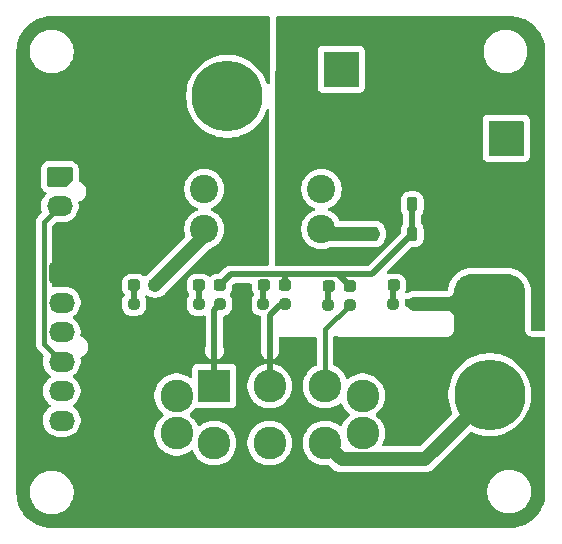
<source format=gbr>
%TF.GenerationSoftware,KiCad,Pcbnew,9.0.3*%
%TF.CreationDate,2025-10-25T00:12:06-05:00*%
%TF.ProjectId,PS-PowerSelectorPCB,50532d50-6f77-4657-9253-656c6563746f,rev?*%
%TF.SameCoordinates,Original*%
%TF.FileFunction,Copper,L1,Top*%
%TF.FilePolarity,Positive*%
%FSLAX46Y46*%
G04 Gerber Fmt 4.6, Leading zero omitted, Abs format (unit mm)*
G04 Created by KiCad (PCBNEW 9.0.3) date 2025-10-25 00:12:06*
%MOMM*%
%LPD*%
G01*
G04 APERTURE LIST*
G04 Aperture macros list*
%AMRoundRect*
0 Rectangle with rounded corners*
0 $1 Rounding radius*
0 $2 $3 $4 $5 $6 $7 $8 $9 X,Y pos of 4 corners*
0 Add a 4 corners polygon primitive as box body*
4,1,4,$2,$3,$4,$5,$6,$7,$8,$9,$2,$3,0*
0 Add four circle primitives for the rounded corners*
1,1,$1+$1,$2,$3*
1,1,$1+$1,$4,$5*
1,1,$1+$1,$6,$7*
1,1,$1+$1,$8,$9*
0 Add four rect primitives between the rounded corners*
20,1,$1+$1,$2,$3,$4,$5,0*
20,1,$1+$1,$4,$5,$6,$7,0*
20,1,$1+$1,$6,$7,$8,$9,0*
20,1,$1+$1,$8,$9,$2,$3,0*%
%AMFreePoly0*
4,1,22,0.945671,0.830970,1.026777,0.776777,1.080970,0.695671,1.100000,0.600000,1.100000,-0.600000,1.080970,-0.695671,1.026777,-0.776777,0.945671,-0.830970,0.850000,-0.850000,-0.850000,-0.850000,-0.945671,-0.830970,-1.026777,-0.776777,-1.080970,-0.695671,-1.100000,-0.600000,-1.100000,0.200000,-1.080970,0.295671,-1.026777,0.376777,-0.626777,0.776777,-0.545671,0.830970,-0.450000,0.850000,
0.850000,0.850000,0.945671,0.830970,0.945671,0.830970,$1*%
G04 Aperture macros list end*
%TA.AperFunction,SMDPad,CuDef*%
%ADD10RoundRect,0.237500X-0.250000X-0.237500X0.250000X-0.237500X0.250000X0.237500X-0.250000X0.237500X0*%
%TD*%
%TA.AperFunction,SMDPad,CuDef*%
%ADD11RoundRect,0.237500X-0.287500X-0.237500X0.287500X-0.237500X0.287500X0.237500X-0.287500X0.237500X0*%
%TD*%
%TA.AperFunction,ComponentPad*%
%ADD12RoundRect,1.500000X-1.500000X-1.500000X1.500000X-1.500000X1.500000X1.500000X-1.500000X1.500000X0*%
%TD*%
%TA.AperFunction,ComponentPad*%
%ADD13C,6.000000*%
%TD*%
%TA.AperFunction,ComponentPad*%
%ADD14R,3.000000X3.000000*%
%TD*%
%TA.AperFunction,ComponentPad*%
%ADD15C,3.000000*%
%TD*%
%TA.AperFunction,SMDPad,CuDef*%
%ADD16RoundRect,0.225000X0.225000X0.375000X-0.225000X0.375000X-0.225000X-0.375000X0.225000X-0.375000X0*%
%TD*%
%TA.AperFunction,ComponentPad*%
%ADD17C,2.400000*%
%TD*%
%TA.AperFunction,ComponentPad*%
%ADD18C,2.775000*%
%TD*%
%TA.AperFunction,ComponentPad*%
%ADD19R,2.775000X2.775000*%
%TD*%
%TA.AperFunction,ComponentPad*%
%ADD20RoundRect,0.250000X0.850000X0.600000X-0.850000X0.600000X-0.850000X-0.600000X0.850000X-0.600000X0*%
%TD*%
%TA.AperFunction,ComponentPad*%
%ADD21O,2.200000X1.700000*%
%TD*%
%TA.AperFunction,ComponentPad*%
%ADD22RoundRect,1.500000X-1.500000X1.500000X-1.500000X-1.500000X1.500000X-1.500000X1.500000X1.500000X0*%
%TD*%
%TA.AperFunction,ComponentPad*%
%ADD23FreePoly0,180.000000*%
%TD*%
%TA.AperFunction,Conductor*%
%ADD24C,0.500000*%
%TD*%
%TA.AperFunction,Conductor*%
%ADD25C,1.200000*%
%TD*%
%TA.AperFunction,Conductor*%
%ADD26C,0.400000*%
%TD*%
G04 APERTURE END LIST*
D10*
%TO.P,R1,1*%
%TO.N,Net-(D1-K)*%
X84387500Y-107625000D03*
%TO.P,R1,2*%
%TO.N,LV-*%
X86212500Y-107625000D03*
%TD*%
%TO.P,R4,1*%
%TO.N,Net-(D4-K)*%
X100837500Y-107675000D03*
%TO.P,R4,2*%
%TO.N,/LV_EN_PS*%
X102662500Y-107675000D03*
%TD*%
D11*
%TO.P,D1,1,K*%
%TO.N,Net-(D1-K)*%
X84425000Y-106050000D03*
%TO.P,D1,2,A*%
%TO.N,SuppChargerIn+*%
X86175000Y-106050000D03*
%TD*%
D12*
%TO.P,J1,1,Pin_1*%
%TO.N,LV-*%
X85100000Y-90050000D03*
D13*
%TO.P,J1,2,Pin_2*%
%TO.N,SuppChargerIn+*%
X92300000Y-90050000D03*
%TD*%
D14*
%TO.P,J2,1,Pin_1*%
%TO.N,LV-*%
X101950000Y-87750000D03*
D15*
%TO.P,J2,2,Pin_2*%
%TO.N,PS+*%
X106950000Y-87750000D03*
%TD*%
D10*
%TO.P,R5,1*%
%TO.N,Net-(D5-K)*%
X89862500Y-107625000D03*
%TO.P,R5,2*%
%TO.N,/LV_EN_SUPP*%
X91687500Y-107625000D03*
%TD*%
D11*
%TO.P,D3,1,K*%
%TO.N,Net-(D3-K)*%
X95400000Y-106050000D03*
%TO.P,D3,2,A*%
%TO.N,/LED+*%
X97150000Y-106050000D03*
%TD*%
D10*
%TO.P,R3,1*%
%TO.N,Net-(D3-K)*%
X95337500Y-107625000D03*
%TO.P,R3,2*%
%TO.N,/LV_EN_FUSED*%
X97162500Y-107625000D03*
%TD*%
D11*
%TO.P,D4,1,K*%
%TO.N,Net-(D4-K)*%
X100887500Y-106100000D03*
%TO.P,D4,2,A*%
%TO.N,/LED+*%
X102637500Y-106100000D03*
%TD*%
%TO.P,D5,1,K*%
%TO.N,Net-(D5-K)*%
X89912500Y-106050000D03*
%TO.P,D5,2,A*%
%TO.N,/LED+*%
X91662500Y-106050000D03*
%TD*%
D16*
%TO.P,D6,1,K*%
%TO.N,/LED+*%
X107950000Y-99200000D03*
%TO.P,D6,2,A*%
%TO.N,PS+*%
X104650000Y-99200000D03*
%TD*%
%TO.P,D7,1,K*%
%TO.N,/LED+*%
X107950000Y-101700000D03*
%TO.P,D7,2,A*%
%TO.N,/SC_Fused*%
X104650000Y-101700000D03*
%TD*%
D17*
%TO.P,F1,1*%
%TO.N,SuppChargerIn+*%
X90340000Y-97900000D03*
%TO.P,F1,2*%
%TO.N,/SC_Fused*%
X100260000Y-97900000D03*
%TO.P,F1,3*%
%TO.N,SuppChargerIn+*%
X90340000Y-101300000D03*
%TO.P,F1,4*%
%TO.N,/SC_Fused*%
X100260000Y-101300000D03*
%TD*%
D10*
%TO.P,R2,1*%
%TO.N,Net-(D2-K)*%
X106312500Y-107625000D03*
%TO.P,R2,2*%
%TO.N,LV-*%
X108137500Y-107625000D03*
%TD*%
D11*
%TO.P,D2,1,K*%
%TO.N,Net-(D2-K)*%
X106375000Y-106050000D03*
%TO.P,D2,2,A*%
%TO.N,PS+*%
X108125000Y-106050000D03*
%TD*%
D18*
%TO.P,SW1,*%
%TO.N,*%
X88000000Y-115395000D03*
X88000000Y-118575000D03*
X103750000Y-115395000D03*
X103750000Y-118575000D03*
D19*
%TO.P,SW1,1,A*%
%TO.N,/LV_EN_SUPP*%
X91175000Y-114570000D03*
D18*
%TO.P,SW1,2,B*%
%TO.N,/LV_EN_FUSED*%
X95875000Y-114570000D03*
%TO.P,SW1,3,C*%
%TO.N,/LV_EN_PS*%
X100575000Y-114570000D03*
%TO.P,SW1,4,A*%
%TO.N,unconnected-(SW1B-A-Pad4)*%
X91175000Y-119400000D03*
%TO.P,SW1,5,B*%
%TO.N,/SC_Fused*%
X95875000Y-119400000D03*
%TO.P,SW1,6,C*%
%TO.N,SuppChargerOut+*%
X100575000Y-119400000D03*
%TD*%
D20*
%TO.P,J5,1,Pin_1*%
%TO.N,LV-*%
X78270000Y-105000000D03*
D21*
%TO.P,J5,2,Pin_2*%
%TO.N,/LV_EN_IN*%
X78270000Y-107500000D03*
%TO.P,J5,3,Pin_3*%
%TO.N,/HV_LO+*%
X78270000Y-110000000D03*
%TO.P,J5,4,Pin_4*%
%TO.N,/HV_LO-*%
X78270000Y-112500000D03*
%TO.P,J5,5,Pin_5*%
%TO.N,/LV_EN_SUPP*%
X78270000Y-115000000D03*
%TO.P,J5,6,Pin_6*%
%TO.N,/LV_EN_PS*%
X78270000Y-117500000D03*
%TD*%
D22*
%TO.P,J3,1,Pin_1*%
%TO.N,LV-*%
X114500000Y-108100000D03*
D13*
%TO.P,J3,2,Pin_2*%
%TO.N,SuppChargerOut+*%
X114500000Y-115300000D03*
%TD*%
D23*
%TO.P,J6,1,Pin_1*%
%TO.N,/HV_LO+*%
X78100000Y-96850000D03*
D21*
%TO.P,J6,2,Pin_2*%
%TO.N,/HV_LO-*%
X78100000Y-99350000D03*
%TD*%
D14*
%TO.P,J4,1,Pin_1*%
%TO.N,LV-*%
X115900000Y-93600000D03*
D15*
%TO.P,J4,2,Pin_2*%
%TO.N,PS+*%
X115900000Y-98600000D03*
%TD*%
D24*
%TO.N,Net-(D1-K)*%
X84350000Y-106037500D02*
X84387500Y-106000000D01*
X84350000Y-107600000D02*
X84350000Y-106037500D01*
D25*
%TO.N,SuppChargerIn+*%
X90340000Y-101300000D02*
X90340000Y-101710000D01*
X90465000Y-101710000D02*
X86175000Y-106000000D01*
D24*
%TO.N,Net-(D2-K)*%
X106350000Y-106003750D02*
X106387500Y-105966250D01*
X106350000Y-107566250D02*
X106350000Y-106003750D01*
%TO.N,Net-(D3-K)*%
X95300000Y-107662500D02*
X95300000Y-106137500D01*
X95300000Y-106137500D02*
X95375000Y-106062500D01*
%TO.N,/LED+*%
X107950000Y-101700000D02*
X107950000Y-99200000D01*
X101661500Y-105124000D02*
X104526000Y-105124000D01*
X97150000Y-105124000D02*
X101661500Y-105124000D01*
X104526000Y-105124000D02*
X107950000Y-101700000D01*
X91662500Y-106050000D02*
X92588500Y-105124000D01*
X97150000Y-106050000D02*
X97150000Y-105124000D01*
X92588500Y-105124000D02*
X97150000Y-105124000D01*
X101661500Y-105124000D02*
X102637500Y-106100000D01*
%TO.N,Net-(D4-K)*%
X100825000Y-107671875D02*
X100825000Y-106128125D01*
X100825000Y-106128125D02*
X100881250Y-106071875D01*
%TO.N,Net-(D5-K)*%
X89850000Y-106178125D02*
X89956250Y-106071875D01*
X89850000Y-107671875D02*
X89850000Y-106178125D01*
D25*
%TO.N,/SC_Fused*%
X104650000Y-101700000D02*
X100660000Y-101700000D01*
X100660000Y-101700000D02*
X100260000Y-101300000D01*
D24*
%TO.N,/LV_EN_FUSED*%
X95875000Y-111575000D02*
X95875000Y-114570000D01*
X95900000Y-108575000D02*
X96775000Y-107700000D01*
X95900000Y-111550000D02*
X95900000Y-108575000D01*
X95900000Y-111550000D02*
X95875000Y-111575000D01*
D25*
%TO.N,LV-*%
X108137500Y-107625000D02*
X114025000Y-107625000D01*
X114025000Y-107625000D02*
X114500000Y-108100000D01*
%TO.N,SuppChargerOut+*%
X100575000Y-119400000D02*
X101962500Y-120787500D01*
X101962500Y-120787500D02*
X109012500Y-120787500D01*
X109012500Y-120787500D02*
X114500000Y-115300000D01*
D26*
%TO.N,/LV_EN_PS*%
X100575000Y-114570000D02*
X100575000Y-109762500D01*
X100575000Y-109762500D02*
X102662500Y-107675000D01*
%TO.N,/HV_LO-*%
X76769000Y-100681000D02*
X76769000Y-110999000D01*
X78100000Y-99350000D02*
X76769000Y-100681000D01*
X76769000Y-110999000D02*
X78270000Y-112500000D01*
D24*
%TO.N,/LV_EN_SUPP*%
X91175000Y-111575000D02*
X91175000Y-114570000D01*
X91200000Y-108112500D02*
X91687500Y-107625000D01*
X91200000Y-111550000D02*
X91200000Y-108112500D01*
X91200000Y-111550000D02*
X91175000Y-111575000D01*
%TD*%
%TA.AperFunction,Conductor*%
%TO.N,PS+*%
G36*
X116228244Y-83250670D02*
G01*
X116532046Y-83266592D01*
X116544953Y-83267949D01*
X116676089Y-83288718D01*
X116842209Y-83315028D01*
X116854896Y-83317724D01*
X117145625Y-83395625D01*
X117157965Y-83399635D01*
X117438938Y-83507490D01*
X117450790Y-83512767D01*
X117718968Y-83649411D01*
X117730199Y-83655896D01*
X117982608Y-83819812D01*
X117993109Y-83827441D01*
X118227010Y-84016850D01*
X118236655Y-84025535D01*
X118449464Y-84238344D01*
X118458149Y-84247989D01*
X118647558Y-84481890D01*
X118655187Y-84492391D01*
X118819101Y-84744796D01*
X118825591Y-84756036D01*
X118962231Y-85024206D01*
X118967510Y-85036064D01*
X119075363Y-85317033D01*
X119079374Y-85329376D01*
X119157273Y-85620097D01*
X119159971Y-85632794D01*
X119207050Y-85930046D01*
X119208407Y-85942953D01*
X119224330Y-86246756D01*
X119224500Y-86253246D01*
X119224500Y-109766222D01*
X119204815Y-109833261D01*
X119152011Y-109879016D01*
X119100500Y-109890222D01*
X118118038Y-109890222D01*
X118050999Y-109870537D01*
X118005244Y-109817733D01*
X117994354Y-109757375D01*
X117994984Y-109748575D01*
X118000500Y-109671448D01*
X118000500Y-106528552D01*
X117985196Y-106314572D01*
X117924369Y-106034954D01*
X117824367Y-105766839D01*
X117767630Y-105662934D01*
X117687229Y-105515690D01*
X117687224Y-105515682D01*
X117515745Y-105286612D01*
X117515729Y-105286594D01*
X117313405Y-105084270D01*
X117313387Y-105084254D01*
X117084317Y-104912775D01*
X117084309Y-104912770D01*
X116833166Y-104775635D01*
X116833167Y-104775635D01*
X116725915Y-104735632D01*
X116565046Y-104675631D01*
X116565043Y-104675630D01*
X116565037Y-104675628D01*
X116285433Y-104614804D01*
X116071450Y-104599500D01*
X116071448Y-104599500D01*
X112928552Y-104599500D01*
X112928549Y-104599500D01*
X112714566Y-104614804D01*
X112434962Y-104675628D01*
X112166833Y-104775635D01*
X111915690Y-104912770D01*
X111915682Y-104912775D01*
X111686612Y-105084254D01*
X111686594Y-105084270D01*
X111484270Y-105286594D01*
X111484254Y-105286612D01*
X111312775Y-105515682D01*
X111312770Y-105515690D01*
X111175635Y-105766833D01*
X111075628Y-106034962D01*
X111014804Y-106314566D01*
X111008026Y-106409346D01*
X110983609Y-106474810D01*
X110927676Y-106516682D01*
X110884342Y-106524500D01*
X108050889Y-106524500D01*
X108025325Y-106528549D01*
X107879802Y-106551597D01*
X107715052Y-106605128D01*
X107560709Y-106683769D01*
X107540555Y-106698412D01*
X107474748Y-106721890D01*
X107406695Y-106706063D01*
X107358001Y-106655956D01*
X107344127Y-106587478D01*
X107349963Y-106559100D01*
X107390174Y-106437753D01*
X107400500Y-106336677D01*
X107400499Y-105763324D01*
X107390174Y-105662247D01*
X107335908Y-105498484D01*
X107245340Y-105351650D01*
X107123350Y-105229660D01*
X106976516Y-105139092D01*
X106812753Y-105084826D01*
X106812751Y-105084825D01*
X106711678Y-105074500D01*
X106038330Y-105074500D01*
X106038309Y-105074502D01*
X105937931Y-105084755D01*
X105869238Y-105071985D01*
X105818355Y-105024103D01*
X105801435Y-104956313D01*
X105823852Y-104890137D01*
X105837642Y-104873724D01*
X107874548Y-102836817D01*
X107935871Y-102803333D01*
X107962229Y-102800499D01*
X108223338Y-102800499D01*
X108223344Y-102800499D01*
X108223352Y-102800498D01*
X108223355Y-102800498D01*
X108277760Y-102794940D01*
X108322708Y-102790349D01*
X108483697Y-102737003D01*
X108628044Y-102647968D01*
X108747968Y-102528044D01*
X108837003Y-102383697D01*
X108890349Y-102222708D01*
X108900500Y-102123345D01*
X108900499Y-101276656D01*
X108890349Y-101177292D01*
X108837003Y-101016303D01*
X108836999Y-101016297D01*
X108836998Y-101016294D01*
X108747970Y-100871959D01*
X108747967Y-100871955D01*
X108736819Y-100860807D01*
X108703334Y-100799484D01*
X108700500Y-100773126D01*
X108700500Y-100126874D01*
X108720185Y-100059835D01*
X108736819Y-100039193D01*
X108747968Y-100028044D01*
X108837003Y-99883697D01*
X108890349Y-99722708D01*
X108900500Y-99623345D01*
X108900499Y-98776656D01*
X108890349Y-98677292D01*
X108837003Y-98516303D01*
X108836999Y-98516297D01*
X108836998Y-98516294D01*
X108747970Y-98371959D01*
X108747967Y-98371955D01*
X108628044Y-98252032D01*
X108628040Y-98252029D01*
X108483705Y-98163001D01*
X108483699Y-98162998D01*
X108483697Y-98162997D01*
X108483694Y-98162996D01*
X108322709Y-98109651D01*
X108223346Y-98099500D01*
X107676662Y-98099500D01*
X107676644Y-98099501D01*
X107577292Y-98109650D01*
X107577289Y-98109651D01*
X107416305Y-98162996D01*
X107416294Y-98163001D01*
X107271959Y-98252029D01*
X107271955Y-98252032D01*
X107152032Y-98371955D01*
X107152029Y-98371959D01*
X107063001Y-98516294D01*
X107062996Y-98516305D01*
X107009651Y-98677290D01*
X106999500Y-98776647D01*
X106999500Y-99623337D01*
X106999501Y-99623355D01*
X107009650Y-99722707D01*
X107009651Y-99722710D01*
X107062996Y-99883694D01*
X107063001Y-99883705D01*
X107152029Y-100028040D01*
X107152032Y-100028044D01*
X107163181Y-100039193D01*
X107196666Y-100100516D01*
X107199500Y-100126874D01*
X107199500Y-100773126D01*
X107179815Y-100840165D01*
X107163181Y-100860807D01*
X107152032Y-100871955D01*
X107152029Y-100871959D01*
X107063001Y-101016294D01*
X107062996Y-101016305D01*
X107009651Y-101177290D01*
X106999500Y-101276647D01*
X106999500Y-101537770D01*
X106979815Y-101604809D01*
X106963181Y-101625451D01*
X104251451Y-104337181D01*
X104190128Y-104370666D01*
X104163770Y-104373500D01*
X96418466Y-104373500D01*
X96351427Y-104353815D01*
X96305672Y-104301011D01*
X96294467Y-104248903D01*
X96325587Y-97788549D01*
X98559500Y-97788549D01*
X98559500Y-98011450D01*
X98559501Y-98011466D01*
X98588594Y-98232452D01*
X98588595Y-98232457D01*
X98588596Y-98232463D01*
X98625973Y-98371955D01*
X98646290Y-98447780D01*
X98646293Y-98447790D01*
X98674673Y-98516305D01*
X98731595Y-98653726D01*
X98843052Y-98846774D01*
X98843057Y-98846780D01*
X98843058Y-98846782D01*
X98978751Y-99023622D01*
X98978757Y-99023629D01*
X99136370Y-99181242D01*
X99136376Y-99181247D01*
X99313226Y-99316948D01*
X99506274Y-99428405D01*
X99543199Y-99443699D01*
X99643965Y-99485439D01*
X99698368Y-99529280D01*
X99720433Y-99595574D01*
X99703154Y-99663274D01*
X99652016Y-99710884D01*
X99643965Y-99714561D01*
X99506277Y-99771593D01*
X99506273Y-99771595D01*
X99313226Y-99883052D01*
X99313217Y-99883058D01*
X99136377Y-100018751D01*
X99136370Y-100018757D01*
X98978757Y-100176370D01*
X98978751Y-100176377D01*
X98843058Y-100353217D01*
X98843052Y-100353226D01*
X98731595Y-100546273D01*
X98731593Y-100546277D01*
X98646293Y-100752209D01*
X98646290Y-100752219D01*
X98588597Y-100967534D01*
X98588594Y-100967547D01*
X98559501Y-101188533D01*
X98559500Y-101188549D01*
X98559500Y-101411450D01*
X98559501Y-101411466D01*
X98588594Y-101632452D01*
X98588595Y-101632457D01*
X98588596Y-101632463D01*
X98629900Y-101786611D01*
X98646290Y-101847780D01*
X98646293Y-101847790D01*
X98691820Y-101957701D01*
X98731595Y-102053726D01*
X98843052Y-102246774D01*
X98843057Y-102246780D01*
X98843058Y-102246782D01*
X98978751Y-102423622D01*
X98978757Y-102423629D01*
X99136370Y-102581242D01*
X99136376Y-102581247D01*
X99313226Y-102716948D01*
X99506274Y-102828405D01*
X99712219Y-102913710D01*
X99927537Y-102971404D01*
X100148543Y-103000500D01*
X100148550Y-103000500D01*
X100371450Y-103000500D01*
X100371457Y-103000500D01*
X100592463Y-102971404D01*
X100807781Y-102913710D01*
X101013726Y-102828405D01*
X101033285Y-102817112D01*
X101095284Y-102800500D01*
X104744207Y-102800500D01*
X104744223Y-102800499D01*
X104923338Y-102800499D01*
X104923344Y-102800499D01*
X104923352Y-102800498D01*
X104923355Y-102800498D01*
X104977760Y-102794940D01*
X105022708Y-102790349D01*
X105183697Y-102737003D01*
X105328044Y-102647968D01*
X105447968Y-102528044D01*
X105537003Y-102383697D01*
X105550601Y-102342657D01*
X105567987Y-102308781D01*
X105591232Y-102276788D01*
X105669873Y-102122445D01*
X105723402Y-101957701D01*
X105750500Y-101786611D01*
X105750500Y-101613389D01*
X105723402Y-101442299D01*
X105669873Y-101277555D01*
X105591232Y-101123212D01*
X105567984Y-101091214D01*
X105550601Y-101057341D01*
X105537003Y-101016303D01*
X105536999Y-101016297D01*
X105536998Y-101016294D01*
X105447970Y-100871959D01*
X105447967Y-100871955D01*
X105328044Y-100752032D01*
X105328040Y-100752029D01*
X105183705Y-100663001D01*
X105183699Y-100662998D01*
X105183697Y-100662997D01*
X105183694Y-100662996D01*
X105022709Y-100609651D01*
X104923352Y-100599500D01*
X104923345Y-100599500D01*
X104736613Y-100599500D01*
X104736611Y-100599500D01*
X101890727Y-100599500D01*
X101823688Y-100579815D01*
X101783340Y-100537501D01*
X101771514Y-100517018D01*
X101676948Y-100353226D01*
X101541247Y-100176376D01*
X101541242Y-100176370D01*
X101383629Y-100018757D01*
X101383622Y-100018751D01*
X101206782Y-99883058D01*
X101206780Y-99883057D01*
X101206774Y-99883052D01*
X101013726Y-99771595D01*
X101013722Y-99771593D01*
X100876034Y-99714561D01*
X100821631Y-99670720D01*
X100799566Y-99604426D01*
X100816845Y-99536727D01*
X100867982Y-99489116D01*
X100876034Y-99485439D01*
X100913768Y-99469808D01*
X101013726Y-99428405D01*
X101206774Y-99316948D01*
X101383624Y-99181247D01*
X101541247Y-99023624D01*
X101676948Y-98846774D01*
X101788405Y-98653726D01*
X101873710Y-98447781D01*
X101931404Y-98232463D01*
X101960500Y-98011457D01*
X101960500Y-97788543D01*
X101931404Y-97567537D01*
X101873710Y-97352219D01*
X101788405Y-97146274D01*
X101676948Y-96953226D01*
X101541247Y-96776376D01*
X101541242Y-96776370D01*
X101383629Y-96618757D01*
X101383622Y-96618751D01*
X101206782Y-96483058D01*
X101206780Y-96483057D01*
X101206774Y-96483052D01*
X101013726Y-96371595D01*
X101013722Y-96371593D01*
X100807790Y-96286293D01*
X100807783Y-96286291D01*
X100807781Y-96286290D01*
X100592463Y-96228596D01*
X100592457Y-96228595D01*
X100592452Y-96228594D01*
X100371466Y-96199501D01*
X100371463Y-96199500D01*
X100371457Y-96199500D01*
X100148543Y-96199500D01*
X100148537Y-96199500D01*
X100148533Y-96199501D01*
X99927547Y-96228594D01*
X99927540Y-96228595D01*
X99927537Y-96228596D01*
X99712219Y-96286290D01*
X99712209Y-96286293D01*
X99506277Y-96371593D01*
X99506273Y-96371595D01*
X99313226Y-96483052D01*
X99313217Y-96483058D01*
X99136377Y-96618751D01*
X99136370Y-96618757D01*
X98978757Y-96776370D01*
X98978751Y-96776377D01*
X98843058Y-96953217D01*
X98843052Y-96953226D01*
X98731595Y-97146273D01*
X98731593Y-97146277D01*
X98646293Y-97352209D01*
X98646290Y-97352219D01*
X98588597Y-97567534D01*
X98588594Y-97567547D01*
X98559501Y-97788533D01*
X98559500Y-97788549D01*
X96325587Y-97788549D01*
X96325609Y-97783887D01*
X96353218Y-92052135D01*
X113899500Y-92052135D01*
X113899500Y-95147870D01*
X113899501Y-95147876D01*
X113905908Y-95207483D01*
X113956202Y-95342328D01*
X113956206Y-95342335D01*
X114042452Y-95457544D01*
X114042455Y-95457547D01*
X114157664Y-95543793D01*
X114157671Y-95543797D01*
X114292517Y-95594091D01*
X114292516Y-95594091D01*
X114299444Y-95594835D01*
X114352127Y-95600500D01*
X117447872Y-95600499D01*
X117507483Y-95594091D01*
X117642331Y-95543796D01*
X117757546Y-95457546D01*
X117843796Y-95342331D01*
X117894091Y-95207483D01*
X117900500Y-95147873D01*
X117900499Y-92052128D01*
X117894091Y-91992517D01*
X117843796Y-91857669D01*
X117843795Y-91857668D01*
X117843793Y-91857664D01*
X117757547Y-91742455D01*
X117757544Y-91742452D01*
X117642335Y-91656206D01*
X117642328Y-91656202D01*
X117507482Y-91605908D01*
X117507483Y-91605908D01*
X117447883Y-91599501D01*
X117447881Y-91599500D01*
X117447873Y-91599500D01*
X117447864Y-91599500D01*
X114352129Y-91599500D01*
X114352123Y-91599501D01*
X114292516Y-91605908D01*
X114157671Y-91656202D01*
X114157664Y-91656206D01*
X114042455Y-91742452D01*
X114042452Y-91742455D01*
X113956206Y-91857664D01*
X113956202Y-91857671D01*
X113905908Y-91992517D01*
X113899921Y-92048209D01*
X113899501Y-92052123D01*
X113899500Y-92052135D01*
X96353218Y-92052135D01*
X96353237Y-92048209D01*
X96364578Y-89693793D01*
X96381397Y-86202135D01*
X99949500Y-86202135D01*
X99949500Y-89297870D01*
X99949501Y-89297876D01*
X99955908Y-89357483D01*
X100006202Y-89492328D01*
X100006206Y-89492335D01*
X100092452Y-89607544D01*
X100092455Y-89607547D01*
X100207664Y-89693793D01*
X100207671Y-89693797D01*
X100342517Y-89744091D01*
X100342516Y-89744091D01*
X100349444Y-89744835D01*
X100402127Y-89750500D01*
X103497872Y-89750499D01*
X103557483Y-89744091D01*
X103692331Y-89693796D01*
X103807546Y-89607546D01*
X103893796Y-89492331D01*
X103944091Y-89357483D01*
X103950500Y-89297873D01*
X103950499Y-86202128D01*
X103944091Y-86142517D01*
X103938942Y-86128711D01*
X113999500Y-86128711D01*
X113999500Y-86371288D01*
X114031161Y-86611785D01*
X114093947Y-86846104D01*
X114186773Y-87070205D01*
X114186776Y-87070212D01*
X114308064Y-87280289D01*
X114308066Y-87280292D01*
X114308067Y-87280293D01*
X114455733Y-87472736D01*
X114455739Y-87472743D01*
X114627256Y-87644260D01*
X114627262Y-87644265D01*
X114819711Y-87791936D01*
X115029788Y-87913224D01*
X115253900Y-88006054D01*
X115488211Y-88068838D01*
X115668586Y-88092584D01*
X115728711Y-88100500D01*
X115728712Y-88100500D01*
X115971289Y-88100500D01*
X116019388Y-88094167D01*
X116211789Y-88068838D01*
X116446100Y-88006054D01*
X116670212Y-87913224D01*
X116880289Y-87791936D01*
X117072738Y-87644265D01*
X117244265Y-87472738D01*
X117391936Y-87280289D01*
X117513224Y-87070212D01*
X117606054Y-86846100D01*
X117668838Y-86611789D01*
X117700500Y-86371288D01*
X117700500Y-86128712D01*
X117668838Y-85888211D01*
X117606054Y-85653900D01*
X117513224Y-85429788D01*
X117391936Y-85219711D01*
X117244265Y-85027262D01*
X117244260Y-85027256D01*
X117072743Y-84855739D01*
X117072736Y-84855733D01*
X116880293Y-84708067D01*
X116880292Y-84708066D01*
X116880289Y-84708064D01*
X116670212Y-84586776D01*
X116670205Y-84586773D01*
X116446104Y-84493947D01*
X116211785Y-84431161D01*
X115971289Y-84399500D01*
X115971288Y-84399500D01*
X115728712Y-84399500D01*
X115728711Y-84399500D01*
X115488214Y-84431161D01*
X115253895Y-84493947D01*
X115029794Y-84586773D01*
X115029785Y-84586777D01*
X114819706Y-84708067D01*
X114627263Y-84855733D01*
X114627256Y-84855739D01*
X114455739Y-85027256D01*
X114455733Y-85027263D01*
X114308067Y-85219706D01*
X114186777Y-85429785D01*
X114186773Y-85429794D01*
X114093947Y-85653895D01*
X114031161Y-85888214D01*
X113999500Y-86128711D01*
X103938942Y-86128711D01*
X103893796Y-86007669D01*
X103893795Y-86007668D01*
X103893793Y-86007664D01*
X103807547Y-85892455D01*
X103807544Y-85892452D01*
X103692335Y-85806206D01*
X103692328Y-85806202D01*
X103557482Y-85755908D01*
X103557483Y-85755908D01*
X103497883Y-85749501D01*
X103497881Y-85749500D01*
X103497873Y-85749500D01*
X103497864Y-85749500D01*
X100402129Y-85749500D01*
X100402123Y-85749501D01*
X100342516Y-85755908D01*
X100207671Y-85806202D01*
X100207664Y-85806206D01*
X100092455Y-85892452D01*
X100092452Y-85892455D01*
X100006206Y-86007664D01*
X100006202Y-86007671D01*
X99955908Y-86142517D01*
X99949501Y-86202116D01*
X99949500Y-86202135D01*
X96381397Y-86202135D01*
X96389928Y-84431161D01*
X96395021Y-83373903D01*
X96415029Y-83306959D01*
X96468052Y-83261459D01*
X96519020Y-83250500D01*
X116159108Y-83250500D01*
X116221754Y-83250500D01*
X116228244Y-83250670D01*
G37*
%TD.AperFunction*%
%TD*%
%TA.AperFunction,Conductor*%
%TO.N,LV-*%
G36*
X95832550Y-83270185D02*
G01*
X95878305Y-83322989D01*
X95889509Y-83375094D01*
X95878695Y-85620097D01*
X95876085Y-86161844D01*
X95875903Y-86199699D01*
X95875903Y-86199700D01*
X95862890Y-88901083D01*
X95842882Y-88968027D01*
X95789859Y-89013527D01*
X95720653Y-89023137D01*
X95657238Y-88993807D01*
X95620231Y-88936483D01*
X95599850Y-88869295D01*
X95468231Y-88551538D01*
X95306100Y-88248213D01*
X95115019Y-87962240D01*
X94896828Y-87696373D01*
X94896827Y-87696372D01*
X94896823Y-87696367D01*
X94653632Y-87453176D01*
X94387765Y-87234985D01*
X94387764Y-87234984D01*
X94387760Y-87234981D01*
X94101787Y-87043900D01*
X94101782Y-87043897D01*
X94101775Y-87043893D01*
X93798469Y-86881772D01*
X93798464Y-86881770D01*
X93480706Y-86750150D01*
X93151572Y-86650308D01*
X92814248Y-86583210D01*
X92814249Y-86583210D01*
X92556456Y-86557821D01*
X92471969Y-86549500D01*
X92128031Y-86549500D01*
X92049966Y-86557188D01*
X91785750Y-86583210D01*
X91448427Y-86650308D01*
X91119293Y-86750150D01*
X90801535Y-86881770D01*
X90801530Y-86881772D01*
X90498224Y-87043893D01*
X90498206Y-87043904D01*
X90212248Y-87234975D01*
X90212234Y-87234985D01*
X89946367Y-87453176D01*
X89703176Y-87696367D01*
X89484985Y-87962234D01*
X89484975Y-87962248D01*
X89293904Y-88248206D01*
X89293893Y-88248224D01*
X89131772Y-88551530D01*
X89131770Y-88551535D01*
X89000150Y-88869293D01*
X88900308Y-89198427D01*
X88833210Y-89535750D01*
X88799500Y-89878034D01*
X88799500Y-90221965D01*
X88833210Y-90564249D01*
X88900308Y-90901572D01*
X89000150Y-91230706D01*
X89131770Y-91548464D01*
X89131772Y-91548469D01*
X89293893Y-91851775D01*
X89293904Y-91851793D01*
X89484975Y-92137751D01*
X89484985Y-92137765D01*
X89703176Y-92403632D01*
X89946367Y-92646823D01*
X89946372Y-92646827D01*
X89946373Y-92646828D01*
X90212240Y-92865019D01*
X90498213Y-93056100D01*
X90498222Y-93056105D01*
X90498224Y-93056106D01*
X90801530Y-93218227D01*
X90801532Y-93218227D01*
X90801538Y-93218231D01*
X91119295Y-93349850D01*
X91448422Y-93449690D01*
X91785750Y-93516789D01*
X92128031Y-93550500D01*
X92128034Y-93550500D01*
X92471966Y-93550500D01*
X92471969Y-93550500D01*
X92814250Y-93516789D01*
X93151578Y-93449690D01*
X93480705Y-93349850D01*
X93798462Y-93218231D01*
X94101787Y-93056100D01*
X94387760Y-92865019D01*
X94653627Y-92646828D01*
X94896828Y-92403627D01*
X95115019Y-92137760D01*
X95306100Y-91851787D01*
X95468231Y-91548462D01*
X95599850Y-91230705D01*
X95608978Y-91200611D01*
X95647272Y-91142176D01*
X95711084Y-91113718D01*
X95780151Y-91124276D01*
X95832546Y-91170499D01*
X95851637Y-91237205D01*
X95850138Y-91548462D01*
X95847724Y-92049700D01*
X95833055Y-95094999D01*
X95820093Y-97786114D01*
X95819922Y-97821668D01*
X95795270Y-102939386D01*
X95788957Y-104249826D01*
X95787312Y-104249818D01*
X95772379Y-104311464D01*
X95721828Y-104359697D01*
X95664971Y-104373500D01*
X92514576Y-104373500D01*
X92485742Y-104379234D01*
X92485743Y-104379235D01*
X92369593Y-104402339D01*
X92369583Y-104402342D01*
X92289581Y-104435479D01*
X92289582Y-104435480D01*
X92233002Y-104458917D01*
X92183770Y-104491811D01*
X92183771Y-104491812D01*
X92110081Y-104541049D01*
X91612949Y-105038181D01*
X91551626Y-105071666D01*
X91525269Y-105074500D01*
X91325831Y-105074500D01*
X91325812Y-105074501D01*
X91224747Y-105084825D01*
X91060984Y-105139092D01*
X91060981Y-105139093D01*
X90914148Y-105229661D01*
X90875181Y-105268629D01*
X90813858Y-105302114D01*
X90744166Y-105297130D01*
X90699819Y-105268629D01*
X90660851Y-105229661D01*
X90660850Y-105229660D01*
X90514016Y-105139092D01*
X90350253Y-105084826D01*
X90350251Y-105084825D01*
X90249178Y-105074500D01*
X89575830Y-105074500D01*
X89575812Y-105074501D01*
X89474747Y-105084825D01*
X89310984Y-105139092D01*
X89310981Y-105139093D01*
X89164148Y-105229661D01*
X89042161Y-105351648D01*
X88951593Y-105498481D01*
X88951592Y-105498484D01*
X88897326Y-105662247D01*
X88897326Y-105662248D01*
X88897325Y-105662248D01*
X88887000Y-105763315D01*
X88887000Y-106336669D01*
X88887001Y-106336687D01*
X88897325Y-106437752D01*
X88899861Y-106445404D01*
X88950230Y-106597407D01*
X88951592Y-106601515D01*
X88951593Y-106601518D01*
X89042161Y-106748352D01*
X89046638Y-106754013D01*
X89044154Y-106755976D01*
X89070864Y-106804892D01*
X89065880Y-106874584D01*
X89037379Y-106918931D01*
X89029661Y-106926648D01*
X88939093Y-107073481D01*
X88939092Y-107073484D01*
X88884826Y-107237247D01*
X88884826Y-107237248D01*
X88884825Y-107237248D01*
X88874500Y-107338315D01*
X88874500Y-107911669D01*
X88874501Y-107911687D01*
X88884825Y-108012752D01*
X88904436Y-108071932D01*
X88939092Y-108176516D01*
X89029660Y-108323350D01*
X89151650Y-108445340D01*
X89298484Y-108535908D01*
X89462247Y-108590174D01*
X89563323Y-108600500D01*
X90161676Y-108600499D01*
X90161684Y-108600498D01*
X90161687Y-108600498D01*
X90217030Y-108594844D01*
X90262753Y-108590174D01*
X90286494Y-108582307D01*
X90356322Y-108579904D01*
X90416365Y-108615634D01*
X90447558Y-108678154D01*
X90449500Y-108700012D01*
X90449500Y-111245396D01*
X90440062Y-111292844D01*
X90430263Y-111316503D01*
X90430262Y-111316506D01*
X90430260Y-111316511D01*
X90399500Y-111471153D01*
X90399500Y-111628846D01*
X90430261Y-111783489D01*
X90430264Y-111783501D01*
X90490602Y-111929172D01*
X90490609Y-111929185D01*
X90578210Y-112060288D01*
X90578213Y-112060292D01*
X90689707Y-112171786D01*
X90689711Y-112171789D01*
X90820814Y-112259390D01*
X90820827Y-112259397D01*
X90904126Y-112293900D01*
X90966503Y-112319737D01*
X91121153Y-112350499D01*
X91121156Y-112350500D01*
X91121158Y-112350500D01*
X91278844Y-112350500D01*
X91278845Y-112350499D01*
X91433497Y-112319737D01*
X91579179Y-112259394D01*
X91710289Y-112171789D01*
X91821789Y-112060289D01*
X91909394Y-111929179D01*
X91969737Y-111783497D01*
X92000500Y-111628842D01*
X92000500Y-111471158D01*
X92000500Y-111471155D01*
X92000499Y-111471153D01*
X91969739Y-111316511D01*
X91969738Y-111316508D01*
X91969737Y-111316503D01*
X91959937Y-111292844D01*
X91950500Y-111245396D01*
X91950500Y-108716173D01*
X91970185Y-108649134D01*
X92022989Y-108603379D01*
X92061899Y-108592815D01*
X92065749Y-108592421D01*
X92087753Y-108590174D01*
X92251516Y-108535908D01*
X92398350Y-108445340D01*
X92520340Y-108323350D01*
X92610908Y-108176516D01*
X92665174Y-108012753D01*
X92675500Y-107911677D01*
X92675499Y-107338324D01*
X92665174Y-107237247D01*
X92610908Y-107073484D01*
X92520340Y-106926650D01*
X92520339Y-106926649D01*
X92520338Y-106926647D01*
X92515862Y-106920987D01*
X92518345Y-106919023D01*
X92491636Y-106870108D01*
X92496620Y-106800416D01*
X92525121Y-106756069D01*
X92527177Y-106754013D01*
X92532840Y-106748350D01*
X92623408Y-106601516D01*
X92677674Y-106437753D01*
X92688000Y-106336677D01*
X92687999Y-106137229D01*
X92696643Y-106107787D01*
X92703167Y-106077801D01*
X92706920Y-106072787D01*
X92707683Y-106070190D01*
X92724308Y-106049558D01*
X92863050Y-105910817D01*
X92924373Y-105877334D01*
X92950730Y-105874500D01*
X94250500Y-105874500D01*
X94317539Y-105894185D01*
X94363294Y-105946989D01*
X94374500Y-105998500D01*
X94374500Y-106336668D01*
X94374501Y-106336687D01*
X94384825Y-106437752D01*
X94387361Y-106445404D01*
X94437730Y-106597407D01*
X94439092Y-106601515D01*
X94439096Y-106601524D01*
X94531038Y-106750584D01*
X94535733Y-106767141D01*
X94544477Y-106780746D01*
X94549500Y-106815681D01*
X94549500Y-106830448D01*
X94529815Y-106897487D01*
X94513181Y-106918129D01*
X94504661Y-106926648D01*
X94414093Y-107073481D01*
X94414092Y-107073484D01*
X94359826Y-107237247D01*
X94359826Y-107237248D01*
X94359825Y-107237248D01*
X94349500Y-107338315D01*
X94349500Y-107911669D01*
X94349501Y-107911687D01*
X94359825Y-108012752D01*
X94379436Y-108071932D01*
X94414092Y-108176516D01*
X94504660Y-108323350D01*
X94626650Y-108445340D01*
X94773484Y-108535908D01*
X94937247Y-108590174D01*
X95038103Y-108600477D01*
X95102794Y-108626873D01*
X95142945Y-108684053D01*
X95149500Y-108723835D01*
X95149500Y-111245396D01*
X95140062Y-111292844D01*
X95130263Y-111316503D01*
X95130262Y-111316506D01*
X95130260Y-111316511D01*
X95099500Y-111471153D01*
X95099500Y-111628846D01*
X95130261Y-111783489D01*
X95130264Y-111783501D01*
X95190602Y-111929172D01*
X95190609Y-111929185D01*
X95278210Y-112060288D01*
X95278213Y-112060292D01*
X95389707Y-112171786D01*
X95389711Y-112171789D01*
X95520814Y-112259390D01*
X95520827Y-112259397D01*
X95604126Y-112293900D01*
X95666503Y-112319737D01*
X95821153Y-112350499D01*
X95821156Y-112350500D01*
X95821158Y-112350500D01*
X95978844Y-112350500D01*
X95978845Y-112350499D01*
X96133497Y-112319737D01*
X96279179Y-112259394D01*
X96410289Y-112171789D01*
X96521789Y-112060289D01*
X96609394Y-111929179D01*
X96669737Y-111783497D01*
X96700500Y-111628842D01*
X96700500Y-111471158D01*
X96700500Y-111471155D01*
X96700499Y-111471153D01*
X96669739Y-111316511D01*
X96669738Y-111316508D01*
X96669737Y-111316503D01*
X96659937Y-111292844D01*
X96650500Y-111245396D01*
X96650500Y-110519722D01*
X96670185Y-110452683D01*
X96722989Y-110406928D01*
X96774500Y-110395722D01*
X99750500Y-110395722D01*
X99817539Y-110415407D01*
X99863294Y-110468211D01*
X99874500Y-110519722D01*
X99874500Y-112733745D01*
X99854815Y-112800784D01*
X99802011Y-112846539D01*
X99797954Y-112848306D01*
X99738166Y-112873071D01*
X99738159Y-112873074D01*
X99523840Y-112996812D01*
X99523824Y-112996823D01*
X99327485Y-113147479D01*
X99327478Y-113147485D01*
X99152485Y-113322478D01*
X99152479Y-113322485D01*
X99001823Y-113518824D01*
X99001812Y-113518840D01*
X98878074Y-113733159D01*
X98878069Y-113733170D01*
X98783361Y-113961815D01*
X98719303Y-114200882D01*
X98687001Y-114446243D01*
X98687000Y-114446260D01*
X98687000Y-114693739D01*
X98687001Y-114693756D01*
X98719303Y-114939117D01*
X98783361Y-115178184D01*
X98878069Y-115406829D01*
X98878074Y-115406840D01*
X99001812Y-115621159D01*
X99001823Y-115621175D01*
X99152479Y-115817514D01*
X99152485Y-115817521D01*
X99327478Y-115992514D01*
X99327485Y-115992520D01*
X99467305Y-116099807D01*
X99523833Y-116143183D01*
X99523840Y-116143187D01*
X99738159Y-116266925D01*
X99738164Y-116266927D01*
X99738167Y-116266929D01*
X99966820Y-116361640D01*
X100205879Y-116425696D01*
X100451254Y-116458000D01*
X100451261Y-116458000D01*
X100698739Y-116458000D01*
X100698746Y-116458000D01*
X100944121Y-116425696D01*
X101183180Y-116361640D01*
X101411833Y-116266929D01*
X101626167Y-116143183D01*
X101794042Y-116014367D01*
X101859208Y-115989175D01*
X101927653Y-116003213D01*
X101977643Y-116052027D01*
X101984087Y-116065292D01*
X102053069Y-116231829D01*
X102053074Y-116231840D01*
X102176812Y-116446159D01*
X102176823Y-116446175D01*
X102327479Y-116642514D01*
X102327485Y-116642521D01*
X102502478Y-116817514D01*
X102502482Y-116817517D01*
X102502484Y-116817519D01*
X102557960Y-116860087D01*
X102592543Y-116886624D01*
X102633745Y-116943052D01*
X102637900Y-117012798D01*
X102603687Y-117073719D01*
X102592543Y-117083376D01*
X102502478Y-117152485D01*
X102327485Y-117327478D01*
X102327479Y-117327485D01*
X102176823Y-117523824D01*
X102176812Y-117523840D01*
X102053074Y-117738159D01*
X102053069Y-117738171D01*
X101984087Y-117904707D01*
X101940246Y-117959110D01*
X101873951Y-117981175D01*
X101806252Y-117963896D01*
X101794040Y-117955630D01*
X101626175Y-117826823D01*
X101626173Y-117826821D01*
X101626167Y-117826817D01*
X101626162Y-117826814D01*
X101626159Y-117826812D01*
X101411840Y-117703074D01*
X101411829Y-117703069D01*
X101183184Y-117608361D01*
X100944117Y-117544303D01*
X100698756Y-117512001D01*
X100698751Y-117512000D01*
X100698746Y-117512000D01*
X100451254Y-117512000D01*
X100451248Y-117512000D01*
X100451243Y-117512001D01*
X100205882Y-117544303D01*
X99966815Y-117608361D01*
X99738170Y-117703069D01*
X99738159Y-117703074D01*
X99523840Y-117826812D01*
X99523824Y-117826823D01*
X99327485Y-117977479D01*
X99327478Y-117977485D01*
X99152485Y-118152478D01*
X99152479Y-118152485D01*
X99001823Y-118348824D01*
X99001812Y-118348840D01*
X98878074Y-118563159D01*
X98878069Y-118563170D01*
X98783361Y-118791815D01*
X98719303Y-119030882D01*
X98687001Y-119276243D01*
X98687000Y-119276260D01*
X98687000Y-119523739D01*
X98687001Y-119523756D01*
X98719303Y-119769117D01*
X98783361Y-120008184D01*
X98878069Y-120236829D01*
X98878074Y-120236840D01*
X99001812Y-120451159D01*
X99001823Y-120451175D01*
X99152479Y-120647514D01*
X99152485Y-120647521D01*
X99327478Y-120822514D01*
X99327484Y-120822519D01*
X99523833Y-120973183D01*
X99523840Y-120973187D01*
X99738159Y-121096925D01*
X99738164Y-121096927D01*
X99738167Y-121096929D01*
X99966820Y-121191640D01*
X100205879Y-121255696D01*
X100451254Y-121288000D01*
X100451261Y-121288000D01*
X100698739Y-121288000D01*
X100698746Y-121288000D01*
X100821845Y-121271793D01*
X100890877Y-121282558D01*
X100925709Y-121307051D01*
X101245572Y-121626914D01*
X101385712Y-121728732D01*
X101439545Y-121756161D01*
X101540049Y-121807371D01*
X101540051Y-121807371D01*
X101540054Y-121807373D01*
X101630547Y-121836776D01*
X101667673Y-121848839D01*
X101704798Y-121860902D01*
X101790344Y-121874451D01*
X101875889Y-121888000D01*
X101875890Y-121888000D01*
X109099110Y-121888000D01*
X109099111Y-121888000D01*
X109270201Y-121860902D01*
X109434945Y-121807373D01*
X109589288Y-121728732D01*
X109729428Y-121626914D01*
X112862781Y-118493559D01*
X112924102Y-118460076D01*
X112993794Y-118465060D01*
X112998698Y-118467131D01*
X112998726Y-118467066D01*
X113001536Y-118468229D01*
X113001538Y-118468231D01*
X113319295Y-118599850D01*
X113648422Y-118699690D01*
X113985750Y-118766789D01*
X114328031Y-118800500D01*
X114328034Y-118800500D01*
X114671966Y-118800500D01*
X114671969Y-118800500D01*
X115014250Y-118766789D01*
X115351578Y-118699690D01*
X115680705Y-118599850D01*
X115998462Y-118468231D01*
X116301787Y-118306100D01*
X116587760Y-118115019D01*
X116853627Y-117896828D01*
X117096828Y-117653627D01*
X117315019Y-117387760D01*
X117506100Y-117101787D01*
X117668231Y-116798462D01*
X117799850Y-116480705D01*
X117899690Y-116151578D01*
X117966789Y-115814250D01*
X118000500Y-115471969D01*
X118000500Y-115128031D01*
X117966789Y-114785750D01*
X117899690Y-114448422D01*
X117799850Y-114119295D01*
X117668231Y-113801538D01*
X117664730Y-113794989D01*
X117506106Y-113498224D01*
X117506105Y-113498222D01*
X117506100Y-113498213D01*
X117315019Y-113212240D01*
X117096828Y-112946373D01*
X117096827Y-112946372D01*
X117096823Y-112946367D01*
X116853632Y-112703176D01*
X116587765Y-112484985D01*
X116587764Y-112484984D01*
X116587760Y-112484981D01*
X116301787Y-112293900D01*
X116301782Y-112293897D01*
X116301775Y-112293893D01*
X115998469Y-112131772D01*
X115998464Y-112131770D01*
X115986057Y-112126631D01*
X115825894Y-112060289D01*
X115680706Y-112000150D01*
X115351572Y-111900308D01*
X115014248Y-111833210D01*
X115014249Y-111833210D01*
X114756456Y-111807821D01*
X114671969Y-111799500D01*
X114328031Y-111799500D01*
X114249966Y-111807188D01*
X113985750Y-111833210D01*
X113648427Y-111900308D01*
X113319293Y-112000150D01*
X113001535Y-112131770D01*
X113001530Y-112131772D01*
X112698224Y-112293893D01*
X112698206Y-112293904D01*
X112412248Y-112484975D01*
X112412234Y-112484985D01*
X112146367Y-112703176D01*
X111903176Y-112946367D01*
X111684985Y-113212234D01*
X111684975Y-113212248D01*
X111493904Y-113498206D01*
X111493893Y-113498224D01*
X111331772Y-113801530D01*
X111331770Y-113801535D01*
X111200150Y-114119293D01*
X111100308Y-114448427D01*
X111033210Y-114785750D01*
X111007188Y-115049966D01*
X110999500Y-115128031D01*
X110999500Y-115471969D01*
X111004107Y-115518746D01*
X111033210Y-115814249D01*
X111100308Y-116151572D01*
X111200150Y-116480706D01*
X111332934Y-116801274D01*
X111331696Y-116801786D01*
X111341710Y-116865612D01*
X111313501Y-116929534D01*
X111306437Y-116937219D01*
X108592977Y-119650681D01*
X108531654Y-119684166D01*
X108505296Y-119687000D01*
X105502836Y-119687000D01*
X105435797Y-119667315D01*
X105390042Y-119614511D01*
X105380098Y-119545353D01*
X105395449Y-119501000D01*
X105446925Y-119411840D01*
X105446925Y-119411839D01*
X105446929Y-119411833D01*
X105541640Y-119183180D01*
X105605696Y-118944121D01*
X105638000Y-118698746D01*
X105638000Y-118451254D01*
X105605696Y-118205879D01*
X105541640Y-117966820D01*
X105446929Y-117738167D01*
X105446927Y-117738164D01*
X105446925Y-117738159D01*
X105323187Y-117523840D01*
X105323183Y-117523833D01*
X105218774Y-117387765D01*
X105172520Y-117327485D01*
X105172514Y-117327478D01*
X104997521Y-117152485D01*
X104997514Y-117152479D01*
X104907457Y-117083376D01*
X104866254Y-117026948D01*
X104862099Y-116957202D01*
X104896311Y-116896282D01*
X104907457Y-116886624D01*
X104935902Y-116864796D01*
X104997516Y-116817519D01*
X105172519Y-116642516D01*
X105323183Y-116446167D01*
X105446929Y-116231833D01*
X105541640Y-116003180D01*
X105605696Y-115764121D01*
X105638000Y-115518746D01*
X105638000Y-115271254D01*
X105605696Y-115025879D01*
X105541640Y-114786820D01*
X105446929Y-114558167D01*
X105446927Y-114558164D01*
X105446925Y-114558159D01*
X105323187Y-114343840D01*
X105323183Y-114343833D01*
X105213493Y-114200882D01*
X105172520Y-114147485D01*
X105172514Y-114147478D01*
X104997521Y-113972485D01*
X104997514Y-113972479D01*
X104801175Y-113821823D01*
X104801173Y-113821821D01*
X104801167Y-113821817D01*
X104801162Y-113821814D01*
X104801159Y-113821812D01*
X104586840Y-113698074D01*
X104586829Y-113698069D01*
X104358184Y-113603361D01*
X104119117Y-113539303D01*
X103873756Y-113507001D01*
X103873751Y-113507000D01*
X103873746Y-113507000D01*
X103626254Y-113507000D01*
X103626248Y-113507000D01*
X103626243Y-113507001D01*
X103380882Y-113539303D01*
X103141815Y-113603361D01*
X102913170Y-113698069D01*
X102913159Y-113698074D01*
X102698840Y-113821812D01*
X102698824Y-113821823D01*
X102530959Y-113950630D01*
X102465790Y-113975824D01*
X102397345Y-113961785D01*
X102347355Y-113912971D01*
X102340912Y-113899707D01*
X102320201Y-113849707D01*
X102271929Y-113733167D01*
X102271927Y-113733164D01*
X102271925Y-113733159D01*
X102148187Y-113518840D01*
X102148183Y-113518833D01*
X102041493Y-113379792D01*
X101997520Y-113322485D01*
X101997514Y-113322478D01*
X101822521Y-113147485D01*
X101822514Y-113147479D01*
X101626175Y-112996823D01*
X101626173Y-112996821D01*
X101626167Y-112996817D01*
X101626162Y-112996814D01*
X101626159Y-112996812D01*
X101411840Y-112873074D01*
X101411833Y-112873071D01*
X101352046Y-112848306D01*
X101297643Y-112804464D01*
X101275579Y-112738170D01*
X101275500Y-112733745D01*
X101275500Y-110433268D01*
X101295185Y-110366229D01*
X101347989Y-110320474D01*
X101417147Y-110310530D01*
X101451010Y-110320473D01*
X101527838Y-110355560D01*
X101594877Y-110375245D01*
X101594881Y-110375246D01*
X101737297Y-110395722D01*
X101737300Y-110395722D01*
X110881959Y-110395722D01*
X110881962Y-110395722D01*
X111006977Y-110380019D01*
X111049630Y-110369132D01*
X111066393Y-110364854D01*
X111066394Y-110364853D01*
X111066404Y-110364851D01*
X111183654Y-110318718D01*
X111298835Y-110232493D01*
X111348240Y-110183087D01*
X111434460Y-110067909D01*
X111484742Y-109933101D01*
X111499594Y-109864828D01*
X111499594Y-109864825D01*
X111499685Y-109863979D01*
X111499700Y-109863329D01*
X111509858Y-109721311D01*
X111505000Y-109653391D01*
X111505000Y-108849500D01*
X111493447Y-108742044D01*
X111482241Y-108690533D01*
X111473270Y-108663580D01*
X111448116Y-108588002D01*
X111448113Y-108587996D01*
X111410907Y-108530103D01*
X111370325Y-108466957D01*
X111351592Y-108445338D01*
X111324576Y-108414159D01*
X111324572Y-108414156D01*
X111324570Y-108414153D01*
X111215836Y-108319933D01*
X111215833Y-108319931D01*
X111215831Y-108319930D01*
X111084965Y-108260164D01*
X111084960Y-108260162D01*
X111084959Y-108260162D01*
X111017920Y-108240477D01*
X111017922Y-108240477D01*
X111017917Y-108240476D01*
X110970444Y-108233650D01*
X110875500Y-108220000D01*
X110875498Y-108220000D01*
X108100427Y-108220000D01*
X108081029Y-108218473D01*
X108007816Y-108206877D01*
X107988895Y-108202335D01*
X107918378Y-108179422D01*
X107900403Y-108171976D01*
X107834348Y-108138320D01*
X107817756Y-108128152D01*
X107757769Y-108084568D01*
X107742974Y-108071932D01*
X107657550Y-107986508D01*
X107657532Y-107986491D01*
X107573414Y-107918704D01*
X107573409Y-107918700D01*
X107573407Y-107918699D01*
X107573405Y-107918697D01*
X107529058Y-107890196D01*
X107529059Y-107890196D01*
X107529052Y-107890192D01*
X107432410Y-107841817D01*
X107398139Y-107834362D01*
X107336817Y-107800876D01*
X107303332Y-107739553D01*
X107300499Y-107713196D01*
X107300499Y-107344227D01*
X107320184Y-107277188D01*
X107372988Y-107231433D01*
X107435111Y-107220682D01*
X107503594Y-107226566D01*
X107644609Y-107197997D01*
X107710416Y-107174519D01*
X107710432Y-107174513D01*
X107741937Y-107157888D01*
X107743884Y-107156885D01*
X107789945Y-107133675D01*
X107790200Y-107134174D01*
X107900743Y-107077848D01*
X107900902Y-107077769D01*
X107901102Y-107077732D01*
X107918372Y-107070578D01*
X107988900Y-107047662D01*
X108007801Y-107043125D01*
X108056831Y-107035359D01*
X108081041Y-107031526D01*
X108100436Y-107030000D01*
X110884336Y-107030000D01*
X110884342Y-107030000D01*
X110974092Y-107021969D01*
X111017426Y-107014151D01*
X111104336Y-106990308D01*
X111230616Y-106921352D01*
X111286549Y-106879480D01*
X111388282Y-106777746D01*
X111457237Y-106651465D01*
X111481654Y-106586001D01*
X111481656Y-106585996D01*
X111512238Y-106445404D01*
X111516303Y-106388551D01*
X111517584Y-106381675D01*
X111517879Y-106381092D01*
X111518319Y-106378032D01*
X111560007Y-106186395D01*
X111564984Y-106169444D01*
X111633533Y-105985657D01*
X111640872Y-105969588D01*
X111734869Y-105797446D01*
X111744425Y-105782577D01*
X111861959Y-105625570D01*
X111873533Y-105612213D01*
X112012213Y-105473533D01*
X112025570Y-105461959D01*
X112182577Y-105344425D01*
X112197446Y-105334869D01*
X112369588Y-105240872D01*
X112385657Y-105233533D01*
X112569444Y-105164984D01*
X112586395Y-105160007D01*
X112778030Y-105118320D01*
X112795532Y-105115803D01*
X112942182Y-105105315D01*
X112951027Y-105105000D01*
X116048970Y-105105000D01*
X116057814Y-105105315D01*
X116204463Y-105115803D01*
X116221969Y-105118320D01*
X116413598Y-105160006D01*
X116430557Y-105164985D01*
X116614332Y-105233530D01*
X116630412Y-105240874D01*
X116742564Y-105302114D01*
X116802543Y-105334865D01*
X116817426Y-105344430D01*
X116974420Y-105461954D01*
X116987791Y-105473540D01*
X117126457Y-105612206D01*
X117138043Y-105625577D01*
X117255567Y-105782571D01*
X117265132Y-105797454D01*
X117359121Y-105969581D01*
X117366470Y-105985673D01*
X117397994Y-106070190D01*
X117435008Y-106169428D01*
X117439992Y-106186404D01*
X117481677Y-106378029D01*
X117484195Y-106395540D01*
X117494684Y-106542185D01*
X117495000Y-106551032D01*
X117495000Y-109648962D01*
X117494684Y-109657808D01*
X117490142Y-109721314D01*
X117490142Y-109721322D01*
X117496885Y-109847121D01*
X117496886Y-109847132D01*
X117500079Y-109864828D01*
X117507776Y-109907488D01*
X117545425Y-110027726D01*
X117595913Y-110106286D01*
X117623209Y-110148759D01*
X117623217Y-110148770D01*
X117668961Y-110201562D01*
X117668964Y-110201565D01*
X117668968Y-110201569D01*
X117777702Y-110295789D01*
X117777705Y-110295790D01*
X117777706Y-110295791D01*
X117827903Y-110318716D01*
X117908579Y-110355560D01*
X117975618Y-110375245D01*
X117975622Y-110375246D01*
X118118038Y-110395722D01*
X118118041Y-110395722D01*
X119100500Y-110395722D01*
X119167539Y-110415407D01*
X119213294Y-110468211D01*
X119224500Y-110519722D01*
X119224500Y-123596753D01*
X119224330Y-123603243D01*
X119208407Y-123907046D01*
X119207050Y-123919953D01*
X119159971Y-124217205D01*
X119157273Y-124229902D01*
X119079374Y-124520623D01*
X119075363Y-124532966D01*
X118967510Y-124813935D01*
X118962231Y-124825793D01*
X118825591Y-125093963D01*
X118819101Y-125105203D01*
X118655187Y-125357608D01*
X118647558Y-125368109D01*
X118458149Y-125602010D01*
X118449464Y-125611655D01*
X118236655Y-125824464D01*
X118227010Y-125833149D01*
X117993109Y-126022558D01*
X117982608Y-126030187D01*
X117730203Y-126194101D01*
X117718963Y-126200591D01*
X117450793Y-126337231D01*
X117438935Y-126342510D01*
X117157966Y-126450363D01*
X117145623Y-126454374D01*
X116854902Y-126532273D01*
X116842205Y-126534971D01*
X116544953Y-126582050D01*
X116532046Y-126583407D01*
X116228244Y-126599330D01*
X116221754Y-126599500D01*
X77428246Y-126599500D01*
X77421756Y-126599330D01*
X77117953Y-126583407D01*
X77105046Y-126582050D01*
X76807794Y-126534971D01*
X76795097Y-126532273D01*
X76504376Y-126454374D01*
X76492033Y-126450363D01*
X76211064Y-126342510D01*
X76199206Y-126337231D01*
X75931036Y-126200591D01*
X75919796Y-126194101D01*
X75667391Y-126030187D01*
X75656890Y-126022558D01*
X75422989Y-125833149D01*
X75413344Y-125824464D01*
X75200535Y-125611655D01*
X75191850Y-125602010D01*
X75002441Y-125368109D01*
X74994812Y-125357608D01*
X74977566Y-125331052D01*
X74830896Y-125105199D01*
X74824408Y-125093963D01*
X74760871Y-124969266D01*
X74687767Y-124825790D01*
X74682489Y-124813935D01*
X74574636Y-124532966D01*
X74570625Y-124520623D01*
X74492726Y-124229902D01*
X74490028Y-124217205D01*
X74482726Y-124171104D01*
X74442949Y-123919953D01*
X74441592Y-123907046D01*
X74425670Y-123603243D01*
X74425500Y-123596753D01*
X74425500Y-123453711D01*
X75574500Y-123453711D01*
X75574500Y-123696288D01*
X75606161Y-123936785D01*
X75668947Y-124171104D01*
X75730707Y-124320205D01*
X75761776Y-124395212D01*
X75883064Y-124605289D01*
X75883066Y-124605292D01*
X75883067Y-124605293D01*
X76030733Y-124797736D01*
X76030739Y-124797743D01*
X76202256Y-124969260D01*
X76202262Y-124969265D01*
X76394711Y-125116936D01*
X76604788Y-125238224D01*
X76828900Y-125331054D01*
X77063211Y-125393838D01*
X77243586Y-125417584D01*
X77303711Y-125425500D01*
X77303712Y-125425500D01*
X77546289Y-125425500D01*
X77594388Y-125419167D01*
X77786789Y-125393838D01*
X78021100Y-125331054D01*
X78245212Y-125238224D01*
X78455289Y-125116936D01*
X78647738Y-124969265D01*
X78819265Y-124797738D01*
X78966936Y-124605289D01*
X79088224Y-124395212D01*
X79181054Y-124171100D01*
X79243838Y-123936789D01*
X79275500Y-123696288D01*
X79275500Y-123453712D01*
X79275500Y-123453710D01*
X79267223Y-123390837D01*
X79265627Y-123378711D01*
X114299500Y-123378711D01*
X114299500Y-123621288D01*
X114331161Y-123861785D01*
X114393947Y-124096104D01*
X114444109Y-124217205D01*
X114486776Y-124320212D01*
X114608064Y-124530289D01*
X114608066Y-124530292D01*
X114608067Y-124530293D01*
X114755733Y-124722736D01*
X114755739Y-124722743D01*
X114927256Y-124894260D01*
X114927262Y-124894265D01*
X115119711Y-125041936D01*
X115329788Y-125163224D01*
X115553900Y-125256054D01*
X115788211Y-125318838D01*
X115968586Y-125342584D01*
X116028711Y-125350500D01*
X116028712Y-125350500D01*
X116271289Y-125350500D01*
X116319388Y-125344167D01*
X116511789Y-125318838D01*
X116746100Y-125256054D01*
X116970212Y-125163224D01*
X117180289Y-125041936D01*
X117372738Y-124894265D01*
X117544265Y-124722738D01*
X117691936Y-124530289D01*
X117813224Y-124320212D01*
X117906054Y-124096100D01*
X117968838Y-123861789D01*
X118000500Y-123621288D01*
X118000500Y-123378712D01*
X117968838Y-123138211D01*
X117906054Y-122903900D01*
X117813224Y-122679788D01*
X117691936Y-122469711D01*
X117544265Y-122277262D01*
X117544260Y-122277256D01*
X117372743Y-122105739D01*
X117372736Y-122105733D01*
X117180293Y-121958067D01*
X117180292Y-121958066D01*
X117180289Y-121958064D01*
X116970212Y-121836776D01*
X116927169Y-121818947D01*
X116746104Y-121743947D01*
X116511785Y-121681161D01*
X116271289Y-121649500D01*
X116271288Y-121649500D01*
X116028712Y-121649500D01*
X116028711Y-121649500D01*
X115788214Y-121681161D01*
X115553895Y-121743947D01*
X115329794Y-121836773D01*
X115329788Y-121836776D01*
X115199883Y-121911777D01*
X115119706Y-121958067D01*
X114927263Y-122105733D01*
X114927256Y-122105739D01*
X114755739Y-122277256D01*
X114755733Y-122277263D01*
X114608067Y-122469706D01*
X114486777Y-122679785D01*
X114486773Y-122679794D01*
X114393947Y-122903895D01*
X114331161Y-123138214D01*
X114299500Y-123378711D01*
X79265627Y-123378711D01*
X79243838Y-123213214D01*
X79243838Y-123213211D01*
X79181054Y-122978900D01*
X79088224Y-122754788D01*
X78966936Y-122544711D01*
X78819265Y-122352262D01*
X78819260Y-122352256D01*
X78647743Y-122180739D01*
X78647736Y-122180733D01*
X78455293Y-122033067D01*
X78455292Y-122033066D01*
X78455289Y-122033064D01*
X78245212Y-121911776D01*
X78187812Y-121888000D01*
X78021104Y-121818947D01*
X77786785Y-121756161D01*
X77546289Y-121724500D01*
X77546288Y-121724500D01*
X77303712Y-121724500D01*
X77303711Y-121724500D01*
X77063214Y-121756161D01*
X76828895Y-121818947D01*
X76604794Y-121911773D01*
X76604785Y-121911777D01*
X76394706Y-122033067D01*
X76202263Y-122180733D01*
X76202256Y-122180739D01*
X76030739Y-122352256D01*
X76030733Y-122352263D01*
X75883067Y-122544706D01*
X75761777Y-122754785D01*
X75761773Y-122754794D01*
X75668947Y-122978895D01*
X75606161Y-123213214D01*
X75574500Y-123453711D01*
X74425500Y-123453711D01*
X74425500Y-111067996D01*
X76068499Y-111067996D01*
X76095418Y-111203322D01*
X76095421Y-111203332D01*
X76148222Y-111330807D01*
X76224887Y-111445545D01*
X76224888Y-111445546D01*
X76712868Y-111933525D01*
X76746353Y-111994848D01*
X76743118Y-112059523D01*
X76702754Y-112183753D01*
X76669500Y-112393713D01*
X76669500Y-112606286D01*
X76700305Y-112800784D01*
X76702754Y-112816243D01*
X76761428Y-112996823D01*
X76768444Y-113018414D01*
X76864951Y-113207820D01*
X76989890Y-113379786D01*
X77140209Y-113530105D01*
X77140214Y-113530109D01*
X77304793Y-113649682D01*
X77347459Y-113705011D01*
X77353438Y-113774625D01*
X77320833Y-113836420D01*
X77304793Y-113850318D01*
X77140214Y-113969890D01*
X77140209Y-113969894D01*
X76989890Y-114120213D01*
X76864951Y-114292179D01*
X76768444Y-114481585D01*
X76702753Y-114683760D01*
X76701170Y-114693756D01*
X76669500Y-114893713D01*
X76669500Y-115106287D01*
X76679534Y-115169644D01*
X76695626Y-115271243D01*
X76702754Y-115316243D01*
X76753351Y-115471965D01*
X76768444Y-115518414D01*
X76864951Y-115707820D01*
X76989890Y-115879786D01*
X77140209Y-116030105D01*
X77140214Y-116030109D01*
X77304793Y-116149682D01*
X77347459Y-116205011D01*
X77353438Y-116274625D01*
X77320833Y-116336420D01*
X77304793Y-116350318D01*
X77140214Y-116469890D01*
X77140209Y-116469894D01*
X76989890Y-116620213D01*
X76864951Y-116792179D01*
X76768444Y-116981585D01*
X76702753Y-117183760D01*
X76670444Y-117387751D01*
X76669500Y-117393713D01*
X76669500Y-117606287D01*
X76676998Y-117653627D01*
X76690388Y-117738171D01*
X76702754Y-117816243D01*
X76751668Y-117966785D01*
X76768444Y-118018414D01*
X76864951Y-118207820D01*
X76989890Y-118379786D01*
X77140213Y-118530109D01*
X77312179Y-118655048D01*
X77312181Y-118655049D01*
X77312184Y-118655051D01*
X77501588Y-118751557D01*
X77703757Y-118817246D01*
X77913713Y-118850500D01*
X77913714Y-118850500D01*
X78626286Y-118850500D01*
X78626287Y-118850500D01*
X78836243Y-118817246D01*
X79038412Y-118751557D01*
X79227816Y-118655051D01*
X79249789Y-118639086D01*
X79399786Y-118530109D01*
X79399788Y-118530106D01*
X79399792Y-118530104D01*
X79550104Y-118379792D01*
X79550106Y-118379788D01*
X79550109Y-118379786D01*
X79675048Y-118207820D01*
X79675047Y-118207820D01*
X79675051Y-118207816D01*
X79771557Y-118018412D01*
X79837246Y-117816243D01*
X79870500Y-117606287D01*
X79870500Y-117393713D01*
X79837246Y-117183757D01*
X79771557Y-116981588D01*
X79675051Y-116792184D01*
X79675049Y-116792181D01*
X79675048Y-116792179D01*
X79550109Y-116620213D01*
X79399792Y-116469896D01*
X79367975Y-116446780D01*
X79235204Y-116350316D01*
X79192540Y-116294989D01*
X79186561Y-116225376D01*
X79219166Y-116163580D01*
X79235199Y-116149686D01*
X79399792Y-116030104D01*
X79550104Y-115879792D01*
X79550106Y-115879788D01*
X79550109Y-115879786D01*
X79675048Y-115707820D01*
X79675047Y-115707820D01*
X79675051Y-115707816D01*
X79771557Y-115518412D01*
X79837246Y-115316243D01*
X79844371Y-115271260D01*
X86112000Y-115271260D01*
X86112000Y-115518739D01*
X86112001Y-115518756D01*
X86144303Y-115764117D01*
X86208361Y-116003184D01*
X86303069Y-116231829D01*
X86303074Y-116231840D01*
X86426812Y-116446159D01*
X86426823Y-116446175D01*
X86577479Y-116642514D01*
X86577485Y-116642521D01*
X86752478Y-116817514D01*
X86752482Y-116817517D01*
X86752484Y-116817519D01*
X86807960Y-116860087D01*
X86842543Y-116886624D01*
X86883745Y-116943052D01*
X86887900Y-117012798D01*
X86853687Y-117073719D01*
X86842543Y-117083376D01*
X86752478Y-117152485D01*
X86577485Y-117327478D01*
X86577479Y-117327485D01*
X86426823Y-117523824D01*
X86426812Y-117523840D01*
X86303074Y-117738159D01*
X86303069Y-117738170D01*
X86208361Y-117966815D01*
X86144303Y-118205882D01*
X86112001Y-118451243D01*
X86112000Y-118451260D01*
X86112000Y-118698739D01*
X86112001Y-118698756D01*
X86144303Y-118944117D01*
X86208361Y-119183184D01*
X86303069Y-119411829D01*
X86303074Y-119411840D01*
X86426812Y-119626159D01*
X86426823Y-119626175D01*
X86577479Y-119822514D01*
X86577485Y-119822521D01*
X86752478Y-119997514D01*
X86752485Y-119997520D01*
X86892305Y-120104807D01*
X86948833Y-120148183D01*
X86948840Y-120148187D01*
X87163159Y-120271925D01*
X87163164Y-120271927D01*
X87163167Y-120271929D01*
X87391820Y-120366640D01*
X87630879Y-120430696D01*
X87876254Y-120463000D01*
X87876261Y-120463000D01*
X88123739Y-120463000D01*
X88123746Y-120463000D01*
X88369121Y-120430696D01*
X88608180Y-120366640D01*
X88836833Y-120271929D01*
X89051167Y-120148183D01*
X89219042Y-120019367D01*
X89284208Y-119994175D01*
X89352653Y-120008213D01*
X89402643Y-120057027D01*
X89409087Y-120070292D01*
X89478069Y-120236829D01*
X89478074Y-120236840D01*
X89601812Y-120451159D01*
X89601823Y-120451175D01*
X89752479Y-120647514D01*
X89752485Y-120647521D01*
X89927478Y-120822514D01*
X89927484Y-120822519D01*
X90123833Y-120973183D01*
X90123840Y-120973187D01*
X90338159Y-121096925D01*
X90338164Y-121096927D01*
X90338167Y-121096929D01*
X90566820Y-121191640D01*
X90805879Y-121255696D01*
X91051254Y-121288000D01*
X91051261Y-121288000D01*
X91298739Y-121288000D01*
X91298746Y-121288000D01*
X91544121Y-121255696D01*
X91783180Y-121191640D01*
X92011833Y-121096929D01*
X92226167Y-120973183D01*
X92422516Y-120822519D01*
X92597519Y-120647516D01*
X92748183Y-120451167D01*
X92871929Y-120236833D01*
X92966640Y-120008180D01*
X93030696Y-119769121D01*
X93063000Y-119523746D01*
X93063000Y-119276260D01*
X93987000Y-119276260D01*
X93987000Y-119523739D01*
X93987001Y-119523756D01*
X94019303Y-119769117D01*
X94083361Y-120008184D01*
X94178069Y-120236829D01*
X94178074Y-120236840D01*
X94301812Y-120451159D01*
X94301823Y-120451175D01*
X94452479Y-120647514D01*
X94452485Y-120647521D01*
X94627478Y-120822514D01*
X94627484Y-120822519D01*
X94823833Y-120973183D01*
X94823840Y-120973187D01*
X95038159Y-121096925D01*
X95038164Y-121096927D01*
X95038167Y-121096929D01*
X95266820Y-121191640D01*
X95505879Y-121255696D01*
X95751254Y-121288000D01*
X95751261Y-121288000D01*
X95998739Y-121288000D01*
X95998746Y-121288000D01*
X96244121Y-121255696D01*
X96483180Y-121191640D01*
X96711833Y-121096929D01*
X96926167Y-120973183D01*
X97122516Y-120822519D01*
X97297519Y-120647516D01*
X97448183Y-120451167D01*
X97571929Y-120236833D01*
X97666640Y-120008180D01*
X97730696Y-119769121D01*
X97763000Y-119523746D01*
X97763000Y-119276254D01*
X97730696Y-119030879D01*
X97666640Y-118791820D01*
X97571929Y-118563167D01*
X97571927Y-118563164D01*
X97571925Y-118563159D01*
X97448187Y-118348840D01*
X97448183Y-118348833D01*
X97338493Y-118205882D01*
X97297520Y-118152485D01*
X97297514Y-118152478D01*
X97122521Y-117977485D01*
X97122514Y-117977479D01*
X96926175Y-117826823D01*
X96926173Y-117826821D01*
X96926167Y-117826817D01*
X96926162Y-117826814D01*
X96926159Y-117826812D01*
X96711840Y-117703074D01*
X96711829Y-117703069D01*
X96483184Y-117608361D01*
X96244117Y-117544303D01*
X95998756Y-117512001D01*
X95998751Y-117512000D01*
X95998746Y-117512000D01*
X95751254Y-117512000D01*
X95751248Y-117512000D01*
X95751243Y-117512001D01*
X95505882Y-117544303D01*
X95266815Y-117608361D01*
X95038170Y-117703069D01*
X95038159Y-117703074D01*
X94823840Y-117826812D01*
X94823824Y-117826823D01*
X94627485Y-117977479D01*
X94627478Y-117977485D01*
X94452485Y-118152478D01*
X94452479Y-118152485D01*
X94301823Y-118348824D01*
X94301812Y-118348840D01*
X94178074Y-118563159D01*
X94178069Y-118563170D01*
X94083361Y-118791815D01*
X94019303Y-119030882D01*
X93987001Y-119276243D01*
X93987000Y-119276260D01*
X93063000Y-119276260D01*
X93063000Y-119276254D01*
X93030696Y-119030879D01*
X92966640Y-118791820D01*
X92871929Y-118563167D01*
X92871927Y-118563164D01*
X92871925Y-118563159D01*
X92748187Y-118348840D01*
X92748183Y-118348833D01*
X92638493Y-118205882D01*
X92597520Y-118152485D01*
X92597514Y-118152478D01*
X92422521Y-117977485D01*
X92422514Y-117977479D01*
X92226175Y-117826823D01*
X92226173Y-117826821D01*
X92226167Y-117826817D01*
X92226162Y-117826814D01*
X92226159Y-117826812D01*
X92011840Y-117703074D01*
X92011829Y-117703069D01*
X91783184Y-117608361D01*
X91544117Y-117544303D01*
X91298756Y-117512001D01*
X91298751Y-117512000D01*
X91298746Y-117512000D01*
X91051254Y-117512000D01*
X91051248Y-117512000D01*
X91051243Y-117512001D01*
X90805882Y-117544303D01*
X90566815Y-117608361D01*
X90338170Y-117703069D01*
X90338159Y-117703074D01*
X90123840Y-117826812D01*
X90123824Y-117826823D01*
X89955959Y-117955630D01*
X89890790Y-117980824D01*
X89822345Y-117966785D01*
X89772355Y-117917971D01*
X89765912Y-117904707D01*
X89729267Y-117816239D01*
X89696929Y-117738167D01*
X89696927Y-117738164D01*
X89696925Y-117738159D01*
X89573187Y-117523840D01*
X89573183Y-117523833D01*
X89468774Y-117387765D01*
X89422520Y-117327485D01*
X89422514Y-117327478D01*
X89247521Y-117152485D01*
X89247514Y-117152479D01*
X89157457Y-117083376D01*
X89116254Y-117026948D01*
X89112099Y-116957202D01*
X89146311Y-116896282D01*
X89157457Y-116886624D01*
X89185902Y-116864796D01*
X89247516Y-116817519D01*
X89422519Y-116642516D01*
X89537909Y-116492136D01*
X89594334Y-116450935D01*
X89664080Y-116446780D01*
X89679616Y-116451442D01*
X89679935Y-116451560D01*
X89680017Y-116451591D01*
X89739627Y-116458000D01*
X92610372Y-116457999D01*
X92669983Y-116451591D01*
X92804831Y-116401296D01*
X92920046Y-116315046D01*
X93006296Y-116199831D01*
X93056591Y-116064983D01*
X93063000Y-116005373D01*
X93062999Y-114446260D01*
X93987000Y-114446260D01*
X93987000Y-114693739D01*
X93987001Y-114693756D01*
X94019303Y-114939117D01*
X94083361Y-115178184D01*
X94178069Y-115406829D01*
X94178074Y-115406840D01*
X94301812Y-115621159D01*
X94301823Y-115621175D01*
X94452479Y-115817514D01*
X94452485Y-115817521D01*
X94627478Y-115992514D01*
X94627485Y-115992520D01*
X94767305Y-116099807D01*
X94823833Y-116143183D01*
X94823840Y-116143187D01*
X95038159Y-116266925D01*
X95038164Y-116266927D01*
X95038167Y-116266929D01*
X95266820Y-116361640D01*
X95505879Y-116425696D01*
X95751254Y-116458000D01*
X95751261Y-116458000D01*
X95998739Y-116458000D01*
X95998746Y-116458000D01*
X96244121Y-116425696D01*
X96483180Y-116361640D01*
X96711833Y-116266929D01*
X96926167Y-116143183D01*
X97122516Y-115992519D01*
X97297519Y-115817516D01*
X97448183Y-115621167D01*
X97571929Y-115406833D01*
X97666640Y-115178180D01*
X97730696Y-114939121D01*
X97763000Y-114693746D01*
X97763000Y-114446254D01*
X97730696Y-114200879D01*
X97666640Y-113961820D01*
X97571929Y-113733167D01*
X97571927Y-113733164D01*
X97571925Y-113733159D01*
X97448187Y-113518840D01*
X97448183Y-113518833D01*
X97341493Y-113379792D01*
X97297520Y-113322485D01*
X97297514Y-113322478D01*
X97122521Y-113147485D01*
X97122514Y-113147479D01*
X96926175Y-112996823D01*
X96926173Y-112996821D01*
X96926167Y-112996817D01*
X96926162Y-112996814D01*
X96926159Y-112996812D01*
X96711840Y-112873074D01*
X96711829Y-112873069D01*
X96483184Y-112778361D01*
X96244117Y-112714303D01*
X95998756Y-112682001D01*
X95998751Y-112682000D01*
X95998746Y-112682000D01*
X95751254Y-112682000D01*
X95751248Y-112682000D01*
X95751243Y-112682001D01*
X95505882Y-112714303D01*
X95266815Y-112778361D01*
X95038170Y-112873069D01*
X95038159Y-112873074D01*
X94823840Y-112996812D01*
X94823824Y-112996823D01*
X94627485Y-113147479D01*
X94627478Y-113147485D01*
X94452485Y-113322478D01*
X94452479Y-113322485D01*
X94301823Y-113518824D01*
X94301812Y-113518840D01*
X94178074Y-113733159D01*
X94178069Y-113733170D01*
X94083361Y-113961815D01*
X94019303Y-114200882D01*
X93987001Y-114446243D01*
X93987000Y-114446260D01*
X93062999Y-114446260D01*
X93062999Y-113134628D01*
X93056591Y-113075017D01*
X93035479Y-113018414D01*
X93006297Y-112940171D01*
X93006293Y-112940164D01*
X92920047Y-112824955D01*
X92920044Y-112824952D01*
X92804835Y-112738706D01*
X92804828Y-112738702D01*
X92669982Y-112688408D01*
X92669983Y-112688408D01*
X92610383Y-112682001D01*
X92610381Y-112682000D01*
X92610373Y-112682000D01*
X92610364Y-112682000D01*
X89739629Y-112682000D01*
X89739623Y-112682001D01*
X89680016Y-112688408D01*
X89545171Y-112738702D01*
X89545164Y-112738706D01*
X89429955Y-112824952D01*
X89429952Y-112824955D01*
X89343706Y-112940164D01*
X89343702Y-112940171D01*
X89293408Y-113075017D01*
X89287001Y-113134616D01*
X89287001Y-113134623D01*
X89287000Y-113134635D01*
X89287000Y-113751330D01*
X89267315Y-113818369D01*
X89214511Y-113864124D01*
X89145353Y-113874068D01*
X89087515Y-113849707D01*
X89051174Y-113821822D01*
X89051170Y-113821819D01*
X89051167Y-113821817D01*
X89051163Y-113821814D01*
X89051159Y-113821812D01*
X88836840Y-113698074D01*
X88836829Y-113698069D01*
X88608184Y-113603361D01*
X88369117Y-113539303D01*
X88123756Y-113507001D01*
X88123751Y-113507000D01*
X88123746Y-113507000D01*
X87876254Y-113507000D01*
X87876248Y-113507000D01*
X87876243Y-113507001D01*
X87630882Y-113539303D01*
X87391815Y-113603361D01*
X87163170Y-113698069D01*
X87163159Y-113698074D01*
X86948840Y-113821812D01*
X86948824Y-113821823D01*
X86752485Y-113972479D01*
X86752478Y-113972485D01*
X86577485Y-114147478D01*
X86577479Y-114147485D01*
X86426823Y-114343824D01*
X86426812Y-114343840D01*
X86303074Y-114558159D01*
X86303069Y-114558170D01*
X86208361Y-114786815D01*
X86144303Y-115025882D01*
X86112001Y-115271243D01*
X86112000Y-115271260D01*
X79844371Y-115271260D01*
X79870500Y-115106287D01*
X79870500Y-114893713D01*
X79837246Y-114683757D01*
X79771557Y-114481588D01*
X79675051Y-114292184D01*
X79675049Y-114292181D01*
X79675048Y-114292179D01*
X79550109Y-114120213D01*
X79399792Y-113969896D01*
X79373274Y-113950630D01*
X79235204Y-113850316D01*
X79192540Y-113794989D01*
X79186561Y-113725376D01*
X79219166Y-113663580D01*
X79235199Y-113649686D01*
X79399792Y-113530104D01*
X79550104Y-113379792D01*
X79550106Y-113379788D01*
X79550109Y-113379786D01*
X79675048Y-113207820D01*
X79675047Y-113207820D01*
X79675051Y-113207816D01*
X79771557Y-113018412D01*
X79837246Y-112816243D01*
X79870500Y-112606287D01*
X79870500Y-112393713D01*
X79844632Y-112230390D01*
X79853587Y-112161098D01*
X79898583Y-112107646D01*
X79919653Y-112096432D01*
X80036540Y-112048016D01*
X80036540Y-112048015D01*
X80036547Y-112048013D01*
X80184035Y-111949464D01*
X80309464Y-111824035D01*
X80408013Y-111676547D01*
X80475894Y-111512666D01*
X80510500Y-111338691D01*
X80510500Y-111161309D01*
X80510500Y-111161306D01*
X80510499Y-111161304D01*
X80475896Y-110987341D01*
X80475893Y-110987332D01*
X80408016Y-110823459D01*
X80408009Y-110823446D01*
X80309464Y-110675965D01*
X80309461Y-110675961D01*
X80184038Y-110550538D01*
X80184034Y-110550535D01*
X80036553Y-110451990D01*
X80036540Y-110451983D01*
X79919653Y-110403568D01*
X79865249Y-110359727D01*
X79843184Y-110293433D01*
X79844632Y-110269609D01*
X79850511Y-110232493D01*
X79870500Y-110106287D01*
X79870500Y-109893713D01*
X79837246Y-109683757D01*
X79771557Y-109481588D01*
X79675051Y-109292184D01*
X79675049Y-109292181D01*
X79675048Y-109292179D01*
X79550109Y-109120213D01*
X79399792Y-108969896D01*
X79235204Y-108850316D01*
X79192540Y-108794989D01*
X79186561Y-108725376D01*
X79219166Y-108663580D01*
X79235199Y-108649686D01*
X79399792Y-108530104D01*
X79550104Y-108379792D01*
X79550106Y-108379788D01*
X79550109Y-108379786D01*
X79675048Y-108207820D01*
X79675047Y-108207820D01*
X79675051Y-108207816D01*
X79771557Y-108018412D01*
X79837246Y-107816243D01*
X79870500Y-107606287D01*
X79870500Y-107393713D01*
X79837246Y-107183757D01*
X79771557Y-106981588D01*
X79675051Y-106792184D01*
X79675049Y-106792181D01*
X79675048Y-106792179D01*
X79550109Y-106620213D01*
X79399786Y-106469890D01*
X79227820Y-106344951D01*
X79038414Y-106248444D01*
X79038413Y-106248443D01*
X79038412Y-106248443D01*
X78836243Y-106182754D01*
X78836241Y-106182753D01*
X78836240Y-106182753D01*
X78674957Y-106157208D01*
X78626287Y-106149500D01*
X77913713Y-106149500D01*
X77874202Y-106155757D01*
X77703759Y-106182753D01*
X77703755Y-106182754D01*
X77631817Y-106206128D01*
X77561976Y-106208123D01*
X77502143Y-106172042D01*
X77471316Y-106109341D01*
X77469500Y-106088197D01*
X77469500Y-105763315D01*
X83399500Y-105763315D01*
X83399500Y-106336669D01*
X83399501Y-106336687D01*
X83409825Y-106437752D01*
X83412361Y-106445404D01*
X83464092Y-106601516D01*
X83549999Y-106740794D01*
X83554661Y-106748351D01*
X83556129Y-106749819D01*
X83556814Y-106751075D01*
X83559138Y-106754013D01*
X83558635Y-106754410D01*
X83589614Y-106811142D01*
X83584630Y-106880834D01*
X83558930Y-106920822D01*
X83559138Y-106920987D01*
X83557463Y-106923105D01*
X83556129Y-106925181D01*
X83554661Y-106926648D01*
X83464093Y-107073481D01*
X83464092Y-107073484D01*
X83409826Y-107237247D01*
X83409826Y-107237248D01*
X83409825Y-107237248D01*
X83399500Y-107338315D01*
X83399500Y-107911669D01*
X83399501Y-107911687D01*
X83409825Y-108012752D01*
X83429436Y-108071932D01*
X83464092Y-108176516D01*
X83554660Y-108323350D01*
X83676650Y-108445340D01*
X83823484Y-108535908D01*
X83987247Y-108590174D01*
X84088323Y-108600500D01*
X84686676Y-108600499D01*
X84686684Y-108600498D01*
X84686687Y-108600498D01*
X84742030Y-108594844D01*
X84787753Y-108590174D01*
X84951516Y-108535908D01*
X85098350Y-108445340D01*
X85220340Y-108323350D01*
X85310908Y-108176516D01*
X85365174Y-108012753D01*
X85375500Y-107911677D01*
X85375499Y-107338324D01*
X85365174Y-107237247D01*
X85310908Y-107073484D01*
X85310903Y-107073477D01*
X85307854Y-107066936D01*
X85309637Y-107066104D01*
X85293811Y-107008282D01*
X85314727Y-106941617D01*
X85368365Y-106896842D01*
X85437695Y-106888174D01*
X85482885Y-106905026D01*
X85573484Y-106960908D01*
X85734160Y-107014151D01*
X85743675Y-107017304D01*
X85743630Y-107017437D01*
X85747801Y-107018735D01*
X85747921Y-107018367D01*
X85752553Y-107019872D01*
X85752555Y-107019873D01*
X85917299Y-107073402D01*
X86088389Y-107100500D01*
X86088390Y-107100500D01*
X86261610Y-107100500D01*
X86261611Y-107100500D01*
X86432701Y-107073402D01*
X86566278Y-107030000D01*
X86602081Y-107018367D01*
X86602202Y-107018742D01*
X86606370Y-107017443D01*
X86606324Y-107017304D01*
X86612751Y-107015174D01*
X86612753Y-107015174D01*
X86776516Y-106960908D01*
X86923350Y-106870340D01*
X87045340Y-106748350D01*
X87135908Y-106601516D01*
X87135909Y-106601512D01*
X87138091Y-106597975D01*
X87155945Y-106575395D01*
X90768462Y-102962878D01*
X90824047Y-102930787D01*
X90887781Y-102913710D01*
X91093726Y-102828405D01*
X91286774Y-102716948D01*
X91463624Y-102581247D01*
X91621247Y-102423624D01*
X91756948Y-102246774D01*
X91868405Y-102053726D01*
X91953710Y-101847781D01*
X92011404Y-101632463D01*
X92040500Y-101411457D01*
X92040500Y-101188543D01*
X92011404Y-100967537D01*
X91953710Y-100752219D01*
X91868405Y-100546274D01*
X91756948Y-100353226D01*
X91621247Y-100176376D01*
X91621242Y-100176370D01*
X91463629Y-100018757D01*
X91463622Y-100018751D01*
X91286782Y-99883058D01*
X91286780Y-99883057D01*
X91286774Y-99883052D01*
X91093726Y-99771595D01*
X91093722Y-99771593D01*
X90956034Y-99714561D01*
X90901631Y-99670720D01*
X90879566Y-99604426D01*
X90896845Y-99536727D01*
X90947982Y-99489116D01*
X90956034Y-99485439D01*
X90993768Y-99469808D01*
X91093726Y-99428405D01*
X91286774Y-99316948D01*
X91463624Y-99181247D01*
X91621247Y-99023624D01*
X91756948Y-98846774D01*
X91868405Y-98653726D01*
X91953710Y-98447781D01*
X92011404Y-98232463D01*
X92040500Y-98011457D01*
X92040500Y-97788543D01*
X92011404Y-97567537D01*
X91953710Y-97352219D01*
X91868405Y-97146274D01*
X91756948Y-96953226D01*
X91621247Y-96776376D01*
X91621242Y-96776370D01*
X91463629Y-96618757D01*
X91463622Y-96618751D01*
X91286782Y-96483058D01*
X91286780Y-96483057D01*
X91286774Y-96483052D01*
X91093726Y-96371595D01*
X91093722Y-96371593D01*
X90887790Y-96286293D01*
X90887783Y-96286291D01*
X90887781Y-96286290D01*
X90672463Y-96228596D01*
X90672457Y-96228595D01*
X90672452Y-96228594D01*
X90451466Y-96199501D01*
X90451463Y-96199500D01*
X90451457Y-96199500D01*
X90228543Y-96199500D01*
X90228537Y-96199500D01*
X90228533Y-96199501D01*
X90007547Y-96228594D01*
X90007540Y-96228595D01*
X90007537Y-96228596D01*
X89792219Y-96286290D01*
X89792209Y-96286293D01*
X89586277Y-96371593D01*
X89586273Y-96371595D01*
X89393226Y-96483052D01*
X89393217Y-96483058D01*
X89216377Y-96618751D01*
X89216370Y-96618757D01*
X89058757Y-96776370D01*
X89058751Y-96776377D01*
X88923058Y-96953217D01*
X88923052Y-96953226D01*
X88811595Y-97146273D01*
X88811593Y-97146277D01*
X88726293Y-97352209D01*
X88726290Y-97352219D01*
X88668597Y-97567534D01*
X88668594Y-97567547D01*
X88639501Y-97788533D01*
X88639500Y-97788549D01*
X88639500Y-98011450D01*
X88639501Y-98011466D01*
X88668594Y-98232452D01*
X88668595Y-98232457D01*
X88668596Y-98232463D01*
X88703484Y-98362666D01*
X88726290Y-98447780D01*
X88726293Y-98447790D01*
X88758918Y-98526553D01*
X88811595Y-98653726D01*
X88923052Y-98846774D01*
X88923057Y-98846780D01*
X88923058Y-98846782D01*
X89058751Y-99023622D01*
X89058757Y-99023629D01*
X89216370Y-99181242D01*
X89216376Y-99181247D01*
X89393226Y-99316948D01*
X89586274Y-99428405D01*
X89623199Y-99443699D01*
X89723965Y-99485439D01*
X89778368Y-99529280D01*
X89800433Y-99595574D01*
X89783154Y-99663274D01*
X89732016Y-99710884D01*
X89723965Y-99714561D01*
X89586277Y-99771593D01*
X89586273Y-99771595D01*
X89393226Y-99883052D01*
X89393217Y-99883058D01*
X89216377Y-100018751D01*
X89216370Y-100018757D01*
X89058757Y-100176370D01*
X89058751Y-100176377D01*
X88923058Y-100353217D01*
X88923052Y-100353226D01*
X88811595Y-100546273D01*
X88811593Y-100546277D01*
X88726293Y-100752209D01*
X88726290Y-100752219D01*
X88668597Y-100967534D01*
X88668594Y-100967547D01*
X88639501Y-101188533D01*
X88639500Y-101188549D01*
X88639500Y-101411450D01*
X88639501Y-101411466D01*
X88668594Y-101632452D01*
X88668595Y-101632457D01*
X88668596Y-101632463D01*
X88668597Y-101632465D01*
X88717183Y-101813793D01*
X88715520Y-101883643D01*
X88685089Y-101933567D01*
X85368854Y-105249802D01*
X85307531Y-105283287D01*
X85237839Y-105278303D01*
X85193492Y-105249802D01*
X85173351Y-105229661D01*
X85173350Y-105229660D01*
X85026516Y-105139092D01*
X84862753Y-105084826D01*
X84862751Y-105084825D01*
X84761678Y-105074500D01*
X84088330Y-105074500D01*
X84088312Y-105074501D01*
X83987247Y-105084825D01*
X83823484Y-105139092D01*
X83823481Y-105139093D01*
X83676648Y-105229661D01*
X83554661Y-105351648D01*
X83464093Y-105498481D01*
X83464092Y-105498484D01*
X83409826Y-105662247D01*
X83409826Y-105662248D01*
X83409825Y-105662248D01*
X83399500Y-105763315D01*
X77469500Y-105763315D01*
X77469500Y-101022518D01*
X77489185Y-100955479D01*
X77505815Y-100934841D01*
X77703837Y-100736818D01*
X77765160Y-100703334D01*
X77791518Y-100700500D01*
X78456286Y-100700500D01*
X78456287Y-100700500D01*
X78666243Y-100667246D01*
X78868412Y-100601557D01*
X79057816Y-100505051D01*
X79096877Y-100476672D01*
X79229786Y-100380109D01*
X79229788Y-100380106D01*
X79229792Y-100380104D01*
X79380104Y-100229792D01*
X79380106Y-100229788D01*
X79380109Y-100229786D01*
X79505048Y-100057820D01*
X79505047Y-100057820D01*
X79505051Y-100057816D01*
X79601557Y-99868412D01*
X79667246Y-99666243D01*
X79700500Y-99456287D01*
X79700500Y-99243713D01*
X79674632Y-99080390D01*
X79683587Y-99011098D01*
X79728583Y-98957646D01*
X79749653Y-98946432D01*
X79866540Y-98898016D01*
X79866540Y-98898015D01*
X79866547Y-98898013D01*
X80014035Y-98799464D01*
X80139464Y-98674035D01*
X80238013Y-98526547D01*
X80305894Y-98362666D01*
X80315403Y-98314865D01*
X80340499Y-98188695D01*
X80340500Y-98188693D01*
X80340500Y-98011306D01*
X80340499Y-98011304D01*
X80305896Y-97837341D01*
X80305893Y-97837332D01*
X80299404Y-97821667D01*
X80284678Y-97786114D01*
X80238016Y-97673459D01*
X80238009Y-97673446D01*
X80139464Y-97525965D01*
X80139461Y-97525961D01*
X80014038Y-97400538D01*
X80014034Y-97400535D01*
X79866553Y-97301990D01*
X79866540Y-97301983D01*
X79777736Y-97265200D01*
X79723332Y-97221359D01*
X79701267Y-97155065D01*
X79701785Y-97138485D01*
X79710500Y-97049996D01*
X79710500Y-96250002D01*
X79700787Y-96151383D01*
X79700787Y-96151380D01*
X79681376Y-96053796D01*
X79667994Y-96001366D01*
X79605897Y-95871576D01*
X79550620Y-95788848D01*
X79518191Y-95745527D01*
X79411152Y-95649380D01*
X79328424Y-95594103D01*
X79328423Y-95594102D01*
X79281887Y-95566491D01*
X79281886Y-95566490D01*
X79146210Y-95518625D01*
X79146204Y-95518624D01*
X79098065Y-95509048D01*
X79048616Y-95499212D01*
X78974188Y-95491882D01*
X78950000Y-95489500D01*
X77250000Y-95489500D01*
X77228453Y-95491622D01*
X77151383Y-95499212D01*
X77053793Y-95518624D01*
X77053771Y-95518629D01*
X77001371Y-95532004D01*
X77001367Y-95532005D01*
X76871572Y-95594105D01*
X76788854Y-95649375D01*
X76788840Y-95649385D01*
X76745527Y-95681809D01*
X76649377Y-95788851D01*
X76649377Y-95788852D01*
X76594102Y-95871576D01*
X76566491Y-95918112D01*
X76566490Y-95918113D01*
X76518625Y-96053789D01*
X76518624Y-96053796D01*
X76499212Y-96151383D01*
X76489500Y-96250002D01*
X76489500Y-97449997D01*
X76499212Y-97548616D01*
X76518624Y-97646206D01*
X76518629Y-97646228D01*
X76525580Y-97673459D01*
X76532006Y-97698634D01*
X76594103Y-97828424D01*
X76649380Y-97911152D01*
X76681809Y-97954473D01*
X76788848Y-98050620D01*
X76871576Y-98105897D01*
X76918108Y-98133506D01*
X76920371Y-98134564D01*
X76921355Y-98135432D01*
X76923350Y-98136616D01*
X76923125Y-98136994D01*
X76972762Y-98180791D01*
X76991844Y-98248005D01*
X76971559Y-98314865D01*
X76955531Y-98334573D01*
X76819889Y-98470215D01*
X76694951Y-98642179D01*
X76598444Y-98831585D01*
X76532753Y-99033760D01*
X76499500Y-99243713D01*
X76499500Y-99456286D01*
X76532754Y-99666246D01*
X76573118Y-99790475D01*
X76575113Y-99860316D01*
X76542868Y-99916473D01*
X76224887Y-100234454D01*
X76148222Y-100349192D01*
X76095421Y-100476667D01*
X76095418Y-100476679D01*
X76068972Y-100609633D01*
X76068969Y-100609648D01*
X76068500Y-100612001D01*
X76068500Y-100612007D01*
X76068500Y-110930006D01*
X76068500Y-111067994D01*
X76068500Y-111067996D01*
X76068499Y-111067996D01*
X74425500Y-111067996D01*
X74425500Y-86253246D01*
X74425670Y-86246757D01*
X74430120Y-86161844D01*
X74431856Y-86128711D01*
X75574500Y-86128711D01*
X75574500Y-86371288D01*
X75606161Y-86611785D01*
X75668947Y-86846104D01*
X75750874Y-87043893D01*
X75761776Y-87070212D01*
X75883064Y-87280289D01*
X75883066Y-87280292D01*
X75883067Y-87280293D01*
X76030733Y-87472736D01*
X76030739Y-87472743D01*
X76202256Y-87644260D01*
X76202263Y-87644266D01*
X76315321Y-87731018D01*
X76394711Y-87791936D01*
X76604788Y-87913224D01*
X76828900Y-88006054D01*
X77063211Y-88068838D01*
X77243586Y-88092584D01*
X77303711Y-88100500D01*
X77303712Y-88100500D01*
X77546289Y-88100500D01*
X77594388Y-88094167D01*
X77786789Y-88068838D01*
X78021100Y-88006054D01*
X78245212Y-87913224D01*
X78455289Y-87791936D01*
X78647738Y-87644265D01*
X78819265Y-87472738D01*
X78966936Y-87280289D01*
X79088224Y-87070212D01*
X79181054Y-86846100D01*
X79243838Y-86611789D01*
X79275500Y-86371288D01*
X79275500Y-86128712D01*
X79243838Y-85888211D01*
X79181054Y-85653900D01*
X79088224Y-85429788D01*
X78966936Y-85219711D01*
X78819265Y-85027262D01*
X78819260Y-85027256D01*
X78647743Y-84855739D01*
X78647736Y-84855733D01*
X78455293Y-84708067D01*
X78455292Y-84708066D01*
X78455289Y-84708064D01*
X78245212Y-84586776D01*
X78245205Y-84586773D01*
X78021104Y-84493947D01*
X77786785Y-84431161D01*
X77546289Y-84399500D01*
X77546288Y-84399500D01*
X77303712Y-84399500D01*
X77303711Y-84399500D01*
X77063214Y-84431161D01*
X76828895Y-84493947D01*
X76604794Y-84586773D01*
X76604785Y-84586777D01*
X76394706Y-84708067D01*
X76202263Y-84855733D01*
X76202256Y-84855739D01*
X76030739Y-85027256D01*
X76030733Y-85027263D01*
X75883067Y-85219706D01*
X75761777Y-85429785D01*
X75761773Y-85429794D01*
X75668947Y-85653895D01*
X75606161Y-85888214D01*
X75574500Y-86128711D01*
X74431856Y-86128711D01*
X74441592Y-85942951D01*
X74442949Y-85930046D01*
X74479904Y-85696715D01*
X74490029Y-85632786D01*
X74492723Y-85620107D01*
X74570627Y-85329368D01*
X74574636Y-85317033D01*
X74682493Y-85036054D01*
X74687763Y-85024215D01*
X74824415Y-84756023D01*
X74830891Y-84744808D01*
X74994819Y-84492380D01*
X75002434Y-84481899D01*
X75191858Y-84247979D01*
X75200525Y-84238354D01*
X75413354Y-84025525D01*
X75422979Y-84016858D01*
X75656899Y-83827434D01*
X75667380Y-83819819D01*
X75919808Y-83655891D01*
X75931023Y-83649415D01*
X76199215Y-83512763D01*
X76211054Y-83507493D01*
X76492040Y-83399633D01*
X76504368Y-83395627D01*
X76795107Y-83317723D01*
X76807786Y-83315029D01*
X77105046Y-83267949D01*
X77117951Y-83266592D01*
X77421756Y-83250669D01*
X77428246Y-83250500D01*
X77490892Y-83250500D01*
X95765511Y-83250500D01*
X95832550Y-83270185D01*
G37*
%TD.AperFunction*%
%TA.AperFunction,Conductor*%
G36*
X117338038Y-92124685D02*
G01*
X117383793Y-92177489D01*
X117394999Y-92229000D01*
X117394999Y-94970999D01*
X117375314Y-95038038D01*
X117322510Y-95083793D01*
X117270999Y-95094999D01*
X114529000Y-95094999D01*
X114461961Y-95075314D01*
X114416206Y-95022510D01*
X114405000Y-94970999D01*
X114405000Y-92229000D01*
X114424685Y-92161961D01*
X114477489Y-92116206D01*
X114529000Y-92105000D01*
X117270999Y-92105000D01*
X117338038Y-92124685D01*
G37*
%TD.AperFunction*%
%TA.AperFunction,Conductor*%
G36*
X103388038Y-86274685D02*
G01*
X103433793Y-86327489D01*
X103444999Y-86379000D01*
X103444999Y-89120999D01*
X103425314Y-89188038D01*
X103372510Y-89233793D01*
X103320999Y-89244999D01*
X100579000Y-89244999D01*
X100511961Y-89225314D01*
X100466206Y-89172510D01*
X100455000Y-89120999D01*
X100455000Y-86379000D01*
X100474685Y-86311961D01*
X100527489Y-86266206D01*
X100579000Y-86255000D01*
X103320999Y-86255000D01*
X103388038Y-86274685D01*
G37*
%TD.AperFunction*%
%TD*%
M02*

</source>
